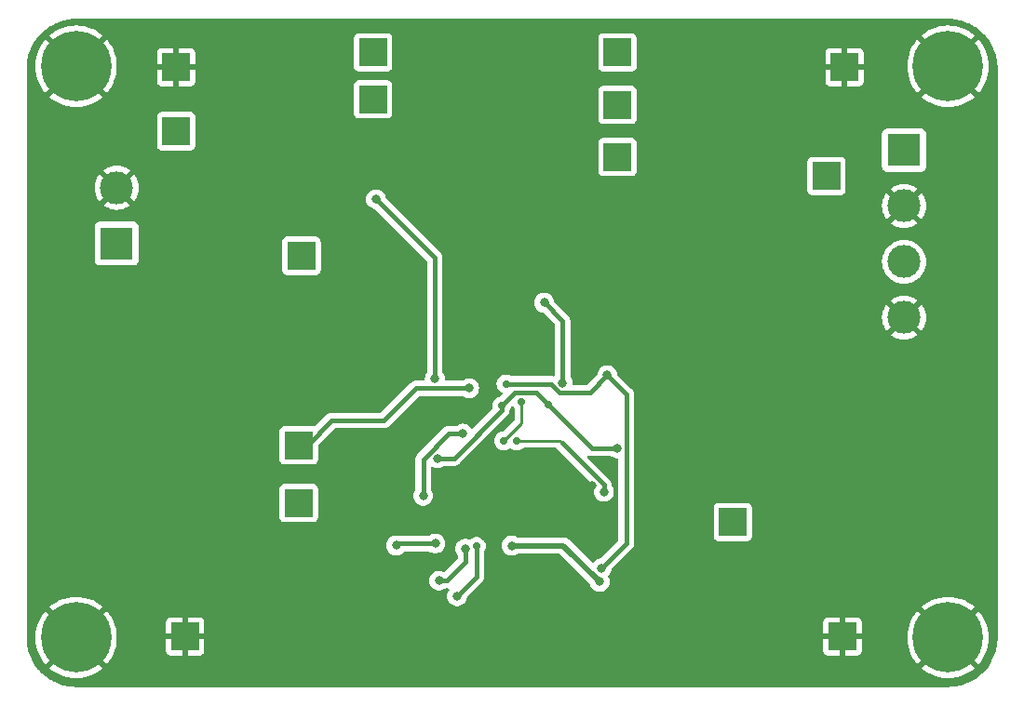
<source format=gbl>
G04 #@! TF.GenerationSoftware,KiCad,Pcbnew,7.0.8*
G04 #@! TF.CreationDate,2023-11-17T17:21:29+01:00*
G04 #@! TF.ProjectId,universal12Vsupply,756e6976-6572-4736-916c-313256737570,rev?*
G04 #@! TF.SameCoordinates,Original*
G04 #@! TF.FileFunction,Copper,L2,Bot*
G04 #@! TF.FilePolarity,Positive*
%FSLAX46Y46*%
G04 Gerber Fmt 4.6, Leading zero omitted, Abs format (unit mm)*
G04 Created by KiCad (PCBNEW 7.0.8) date 2023-11-17 17:21:29*
%MOMM*%
%LPD*%
G01*
G04 APERTURE LIST*
G04 #@! TA.AperFunction,ComponentPad*
%ADD10R,2.500000X2.500000*%
G04 #@! TD*
G04 #@! TA.AperFunction,ComponentPad*
%ADD11C,0.800000*%
G04 #@! TD*
G04 #@! TA.AperFunction,ComponentPad*
%ADD12C,6.400000*%
G04 #@! TD*
G04 #@! TA.AperFunction,ComponentPad*
%ADD13C,0.600000*%
G04 #@! TD*
G04 #@! TA.AperFunction,SMDPad,CuDef*
%ADD14R,9.500000X3.400000*%
G04 #@! TD*
G04 #@! TA.AperFunction,ComponentPad*
%ADD15R,3.000000X3.000000*%
G04 #@! TD*
G04 #@! TA.AperFunction,ComponentPad*
%ADD16C,3.000000*%
G04 #@! TD*
G04 #@! TA.AperFunction,ViaPad*
%ADD17C,0.800000*%
G04 #@! TD*
G04 #@! TA.AperFunction,ViaPad*
%ADD18C,0.700000*%
G04 #@! TD*
G04 #@! TA.AperFunction,Conductor*
%ADD19C,0.400000*%
G04 #@! TD*
G04 #@! TA.AperFunction,Conductor*
%ADD20C,0.250000*%
G04 #@! TD*
G04 #@! TA.AperFunction,Conductor*
%ADD21C,0.500000*%
G04 #@! TD*
G04 APERTURE END LIST*
D10*
X133400000Y-26600000D03*
D11*
X140402944Y-26500000D03*
X141105888Y-24802944D03*
X141105888Y-28197056D03*
X142802944Y-24100000D03*
D12*
X142802944Y-26500000D03*
D11*
X142802944Y-28900000D03*
X144500000Y-24802944D03*
X144500000Y-28197056D03*
X145202944Y-26500000D03*
D10*
X90500000Y-25250000D03*
D13*
X97520000Y-67450000D03*
X99300000Y-67450000D03*
X101080000Y-67450000D03*
X102860000Y-67450000D03*
X104640000Y-67450000D03*
X106420000Y-67450000D03*
X97520000Y-66150000D03*
X99300000Y-66150000D03*
X101080000Y-66150000D03*
D14*
X101970000Y-66150000D03*
D13*
X102860000Y-66150000D03*
X104640000Y-66150000D03*
X106420000Y-66150000D03*
X97520000Y-64850000D03*
X99300000Y-64850000D03*
X101080000Y-64850000D03*
X102860000Y-64850000D03*
X104640000Y-64850000D03*
X106420000Y-64850000D03*
D10*
X112750000Y-34750000D03*
X84000000Y-43750000D03*
X73400000Y-78400000D03*
X83750000Y-61000000D03*
X83750000Y-66250000D03*
X72600000Y-32400000D03*
X90500000Y-29500000D03*
D11*
X61100000Y-26500000D03*
X61802944Y-24802944D03*
X61802944Y-28197056D03*
X63500000Y-24100000D03*
D12*
X63500000Y-26500000D03*
D11*
X63500000Y-28900000D03*
X65197056Y-24802944D03*
X65197056Y-28197056D03*
X65900000Y-26500000D03*
D10*
X112750000Y-30000000D03*
X123250000Y-68000000D03*
X131750000Y-36500000D03*
X133200000Y-78400000D03*
D15*
X67200000Y-42640000D03*
D16*
X67200000Y-37560000D03*
D10*
X112750000Y-25250000D03*
D11*
X61100000Y-78500000D03*
X61802944Y-76802944D03*
X61802944Y-80197056D03*
X63500000Y-76100000D03*
D12*
X63500000Y-78500000D03*
D11*
X63500000Y-80900000D03*
X65197056Y-76802944D03*
X65197056Y-80197056D03*
X65900000Y-78500000D03*
D15*
X138800000Y-34140000D03*
D16*
X138800000Y-39220000D03*
X138800000Y-44300000D03*
X138800000Y-49380000D03*
D11*
X140402944Y-78500000D03*
X141105888Y-76802944D03*
X141105888Y-80197056D03*
X142802944Y-76100000D03*
D12*
X142802944Y-78500000D03*
D11*
X142802944Y-80900000D03*
X144500000Y-76802944D03*
X144500000Y-80197056D03*
X145202944Y-78500000D03*
D10*
X72600000Y-26600000D03*
D17*
X96166600Y-69939800D03*
X92610600Y-70117600D03*
D18*
X120000000Y-81500000D03*
X120000000Y-57500000D03*
X66000000Y-63500000D03*
X138000000Y-57500000D03*
D17*
X118975800Y-74588000D03*
D18*
X60000000Y-75500000D03*
X132000000Y-57500000D03*
X84000000Y-75500000D03*
X138000000Y-63500000D03*
X66000000Y-57500000D03*
X144000000Y-69500000D03*
X132000000Y-69500000D03*
D17*
X93000000Y-55200000D03*
X119748600Y-55624700D03*
D18*
X72000000Y-75500000D03*
X102000000Y-81500000D03*
X96000000Y-75500000D03*
D17*
X110450000Y-64675000D03*
X106860000Y-75832600D03*
D18*
X66000000Y-69500000D03*
X105000000Y-75500000D03*
X72000000Y-81500000D03*
X78000000Y-57500000D03*
X120000000Y-75500000D03*
X78000000Y-81500000D03*
X90000000Y-81500000D03*
X108000000Y-81500000D03*
D17*
X91721600Y-73191000D03*
D18*
X126000000Y-81500000D03*
X126000000Y-63500000D03*
X60000000Y-69500000D03*
X105590000Y-49950000D03*
X84000000Y-81500000D03*
X126000000Y-75500000D03*
X60000000Y-63500000D03*
X78000000Y-63500000D03*
X78000000Y-75500000D03*
X120000000Y-63500000D03*
X138000000Y-69500000D03*
X84000000Y-63500000D03*
X96000000Y-81500000D03*
X132000000Y-63500000D03*
X84000000Y-57500000D03*
X138000000Y-81500000D03*
D17*
X68506000Y-62226000D03*
D18*
X114000000Y-81500000D03*
X72000000Y-63500000D03*
X138000000Y-75500000D03*
X144000000Y-57500000D03*
X132000000Y-75500000D03*
D17*
X96598400Y-71463800D03*
D18*
X132000000Y-81500000D03*
X126000000Y-69500000D03*
X144000000Y-63500000D03*
D17*
X127500000Y-61500000D03*
D18*
X72000000Y-69500000D03*
X60000000Y-57500000D03*
X100750000Y-46500000D03*
X100750000Y-55000000D03*
X90000000Y-75500000D03*
X102600000Y-55400000D03*
D17*
X111305000Y-72175000D03*
X111813000Y-54623600D03*
X112727400Y-61278400D03*
X96369800Y-62167400D03*
D18*
X102200000Y-57400000D03*
X106418800Y-57281200D03*
D17*
X95074400Y-65596400D03*
X98681200Y-59932200D03*
X90775000Y-38600000D03*
X96125000Y-54950000D03*
D18*
X103600000Y-60600000D03*
D17*
X111508200Y-65240800D03*
X98909800Y-70397000D03*
X96522200Y-73318000D03*
X103112232Y-70131568D03*
X111127200Y-73419600D03*
X107749000Y-55309400D03*
X106072600Y-48019600D03*
X99250000Y-55810661D03*
D18*
X104000000Y-57049500D03*
X102400000Y-60600000D03*
D17*
X98147800Y-74740400D03*
D18*
X99900000Y-70200000D03*
D19*
X92788400Y-69939800D02*
X92610600Y-70117600D01*
X96166600Y-69939800D02*
X92788400Y-69939800D01*
X102600000Y-55400000D02*
X106708229Y-55400000D01*
X113527400Y-69952600D02*
X113527400Y-56338000D01*
X107508229Y-56200000D02*
X110236600Y-56200000D01*
X111813000Y-54623600D02*
X110236600Y-56200000D01*
X106708229Y-55400000D02*
X107508229Y-56200000D01*
X111305000Y-72175000D02*
X113527400Y-69952600D01*
X113527400Y-56338000D02*
X111813000Y-54623600D01*
X102200000Y-57400000D02*
X102200000Y-57840346D01*
X97843000Y-62167400D02*
X97857973Y-62182373D01*
X106418800Y-57281200D02*
X110416000Y-61278400D01*
X102200000Y-57400000D02*
X103400000Y-56200000D01*
X103400000Y-56200000D02*
X105337600Y-56200000D01*
X96369800Y-62167400D02*
X97843000Y-62167400D01*
X102200000Y-57840346D02*
X97857973Y-62182373D01*
X105337600Y-56200000D02*
X106418800Y-57281200D01*
X110416000Y-61278400D02*
X112727400Y-61278400D01*
X97411200Y-59932200D02*
X95074400Y-62269000D01*
X95074400Y-62269000D02*
X95074400Y-65596400D01*
X98681200Y-59932200D02*
X97411200Y-59932200D01*
X96125000Y-43950000D02*
X90775000Y-38600000D01*
X96125000Y-54950000D02*
X96125000Y-43950000D01*
X111508200Y-64601829D02*
X111508200Y-65240800D01*
D20*
X107506371Y-60600000D02*
X107681371Y-60775000D01*
X103600000Y-60600000D02*
X107506371Y-60600000D01*
D19*
X107681371Y-60775000D02*
X111508200Y-64601829D01*
X97182600Y-73318000D02*
X96522200Y-73318000D01*
X98909800Y-71590800D02*
X97182600Y-73318000D01*
X98909800Y-70397000D02*
X98909800Y-71590800D01*
D21*
X107839168Y-70131568D02*
X111127200Y-73419600D01*
X103112232Y-70131568D02*
X107839168Y-70131568D01*
D19*
X107749000Y-55309400D02*
X107749000Y-49696000D01*
X107749000Y-49696000D02*
X106072600Y-48019600D01*
X99250000Y-55810661D02*
X94439339Y-55810661D01*
X91500000Y-58750000D02*
X86750000Y-58750000D01*
X84500000Y-61000000D02*
X83750000Y-61000000D01*
X86750000Y-58750000D02*
X84500000Y-61000000D01*
X94439339Y-55810661D02*
X91500000Y-58750000D01*
D20*
X102400000Y-60600000D02*
X104000000Y-59000000D01*
X104000000Y-59000000D02*
X104000000Y-57049500D01*
D19*
X99900000Y-70200000D02*
X99900000Y-72988200D01*
X99900000Y-72988200D02*
X99869100Y-73019100D01*
X98147800Y-74740400D02*
X99869100Y-73019100D01*
G04 #@! TA.AperFunction,Conductor*
G36*
X107500000Y-69000000D02*
G01*
X96500000Y-69000000D01*
X96500000Y-63500000D01*
X107500000Y-63500000D01*
X107500000Y-69000000D01*
G37*
G04 #@! TD.AperFunction*
G04 #@! TA.AperFunction,Conductor*
G36*
X65356420Y-80002867D02*
G01*
X65294601Y-79961561D01*
X65221680Y-79947056D01*
X65172432Y-79947056D01*
X65099511Y-79961561D01*
X65016816Y-80016816D01*
X64961561Y-80099511D01*
X64942158Y-80197056D01*
X64961561Y-80294601D01*
X65002867Y-80356420D01*
X64444180Y-79797733D01*
X64634870Y-79634870D01*
X64797733Y-79444180D01*
X65356420Y-80002867D01*
G37*
G04 #@! TD.AperFunction*
G04 #@! TA.AperFunction,Conductor*
G36*
X62365130Y-79634870D02*
G01*
X62555819Y-79797733D01*
X61997135Y-80356416D01*
X62038439Y-80294601D01*
X62057842Y-80197056D01*
X62038439Y-80099511D01*
X61983184Y-80016816D01*
X61900489Y-79961561D01*
X61827568Y-79947056D01*
X61778320Y-79947056D01*
X61705399Y-79961561D01*
X61643577Y-80002868D01*
X62202266Y-79444180D01*
X62365130Y-79634870D01*
G37*
G04 #@! TD.AperFunction*
G04 #@! TA.AperFunction,Conductor*
G36*
X62555819Y-77202266D02*
G01*
X62365130Y-77365130D01*
X62202266Y-77555818D01*
X61643582Y-76997134D01*
X61705399Y-77038439D01*
X61778320Y-77052944D01*
X61827568Y-77052944D01*
X61900489Y-77038439D01*
X61983184Y-76983184D01*
X62038439Y-76900489D01*
X62057842Y-76802944D01*
X62038439Y-76705399D01*
X61997133Y-76643581D01*
X62555819Y-77202266D01*
G37*
G04 #@! TD.AperFunction*
G04 #@! TA.AperFunction,Conductor*
G36*
X64961561Y-76705399D02*
G01*
X64942158Y-76802944D01*
X64961561Y-76900489D01*
X65016816Y-76983184D01*
X65099511Y-77038439D01*
X65172432Y-77052944D01*
X65221680Y-77052944D01*
X65294601Y-77038439D01*
X65356415Y-76997135D01*
X64797732Y-77555818D01*
X64634870Y-77365130D01*
X64444180Y-77202266D01*
X65002867Y-76643578D01*
X64961561Y-76705399D01*
G37*
G04 #@! TD.AperFunction*
G04 #@! TA.AperFunction,Conductor*
G36*
X144659364Y-80002867D02*
G01*
X144597545Y-79961561D01*
X144524624Y-79947056D01*
X144475376Y-79947056D01*
X144402455Y-79961561D01*
X144319760Y-80016816D01*
X144264505Y-80099511D01*
X144245102Y-80197056D01*
X144264505Y-80294601D01*
X144305811Y-80356420D01*
X143747124Y-79797733D01*
X143937814Y-79634870D01*
X144100677Y-79444180D01*
X144659364Y-80002867D01*
G37*
G04 #@! TD.AperFunction*
G04 #@! TA.AperFunction,Conductor*
G36*
X141668074Y-79634870D02*
G01*
X141858763Y-79797733D01*
X141300079Y-80356416D01*
X141341383Y-80294601D01*
X141360786Y-80197056D01*
X141341383Y-80099511D01*
X141286128Y-80016816D01*
X141203433Y-79961561D01*
X141130512Y-79947056D01*
X141081264Y-79947056D01*
X141008343Y-79961561D01*
X140946521Y-80002868D01*
X141505210Y-79444180D01*
X141668074Y-79634870D01*
G37*
G04 #@! TD.AperFunction*
G04 #@! TA.AperFunction,Conductor*
G36*
X141858763Y-77202266D02*
G01*
X141668074Y-77365130D01*
X141505210Y-77555818D01*
X140946526Y-76997134D01*
X141008343Y-77038439D01*
X141081264Y-77052944D01*
X141130512Y-77052944D01*
X141203433Y-77038439D01*
X141286128Y-76983184D01*
X141341383Y-76900489D01*
X141360786Y-76802944D01*
X141341383Y-76705399D01*
X141300077Y-76643581D01*
X141858763Y-77202266D01*
G37*
G04 #@! TD.AperFunction*
G04 #@! TA.AperFunction,Conductor*
G36*
X144264505Y-76705399D02*
G01*
X144245102Y-76802944D01*
X144264505Y-76900489D01*
X144319760Y-76983184D01*
X144402455Y-77038439D01*
X144475376Y-77052944D01*
X144524624Y-77052944D01*
X144597545Y-77038439D01*
X144659359Y-76997135D01*
X144100676Y-77555818D01*
X143937814Y-77365130D01*
X143747124Y-77202266D01*
X144305811Y-76643578D01*
X144264505Y-76705399D01*
G37*
G04 #@! TD.AperFunction*
G04 #@! TA.AperFunction,Conductor*
G36*
X65356420Y-28002867D02*
G01*
X65294601Y-27961561D01*
X65221680Y-27947056D01*
X65172432Y-27947056D01*
X65099511Y-27961561D01*
X65016816Y-28016816D01*
X64961561Y-28099511D01*
X64942158Y-28197056D01*
X64961561Y-28294601D01*
X65002867Y-28356420D01*
X64444180Y-27797733D01*
X64634870Y-27634870D01*
X64797733Y-27444180D01*
X65356420Y-28002867D01*
G37*
G04 #@! TD.AperFunction*
G04 #@! TA.AperFunction,Conductor*
G36*
X62365130Y-27634870D02*
G01*
X62555819Y-27797733D01*
X61997135Y-28356416D01*
X62038439Y-28294601D01*
X62057842Y-28197056D01*
X62038439Y-28099511D01*
X61983184Y-28016816D01*
X61900489Y-27961561D01*
X61827568Y-27947056D01*
X61778320Y-27947056D01*
X61705399Y-27961561D01*
X61643577Y-28002868D01*
X62202266Y-27444180D01*
X62365130Y-27634870D01*
G37*
G04 #@! TD.AperFunction*
G04 #@! TA.AperFunction,Conductor*
G36*
X62555819Y-25202266D02*
G01*
X62365130Y-25365130D01*
X62202266Y-25555818D01*
X61643582Y-24997134D01*
X61705399Y-25038439D01*
X61778320Y-25052944D01*
X61827568Y-25052944D01*
X61900489Y-25038439D01*
X61983184Y-24983184D01*
X62038439Y-24900489D01*
X62057842Y-24802944D01*
X62038439Y-24705399D01*
X61997133Y-24643581D01*
X62555819Y-25202266D01*
G37*
G04 #@! TD.AperFunction*
G04 #@! TA.AperFunction,Conductor*
G36*
X64961561Y-24705399D02*
G01*
X64942158Y-24802944D01*
X64961561Y-24900489D01*
X65016816Y-24983184D01*
X65099511Y-25038439D01*
X65172432Y-25052944D01*
X65221680Y-25052944D01*
X65294601Y-25038439D01*
X65356415Y-24997135D01*
X64797732Y-25555818D01*
X64634870Y-25365130D01*
X64444180Y-25202266D01*
X65002867Y-24643578D01*
X64961561Y-24705399D01*
G37*
G04 #@! TD.AperFunction*
G04 #@! TA.AperFunction,Conductor*
G36*
X144659364Y-28002867D02*
G01*
X144597545Y-27961561D01*
X144524624Y-27947056D01*
X144475376Y-27947056D01*
X144402455Y-27961561D01*
X144319760Y-28016816D01*
X144264505Y-28099511D01*
X144245102Y-28197056D01*
X144264505Y-28294601D01*
X144305811Y-28356420D01*
X143747124Y-27797733D01*
X143937814Y-27634870D01*
X144100677Y-27444180D01*
X144659364Y-28002867D01*
G37*
G04 #@! TD.AperFunction*
G04 #@! TA.AperFunction,Conductor*
G36*
X141668074Y-27634870D02*
G01*
X141858763Y-27797733D01*
X141300079Y-28356416D01*
X141341383Y-28294601D01*
X141360786Y-28197056D01*
X141341383Y-28099511D01*
X141286128Y-28016816D01*
X141203433Y-27961561D01*
X141130512Y-27947056D01*
X141081264Y-27947056D01*
X141008343Y-27961561D01*
X140946521Y-28002868D01*
X141505210Y-27444180D01*
X141668074Y-27634870D01*
G37*
G04 #@! TD.AperFunction*
G04 #@! TA.AperFunction,Conductor*
G36*
X141858763Y-25202266D02*
G01*
X141668074Y-25365130D01*
X141505210Y-25555818D01*
X140946526Y-24997134D01*
X141008343Y-25038439D01*
X141081264Y-25052944D01*
X141130512Y-25052944D01*
X141203433Y-25038439D01*
X141286128Y-24983184D01*
X141341383Y-24900489D01*
X141360786Y-24802944D01*
X141341383Y-24705399D01*
X141300077Y-24643581D01*
X141858763Y-25202266D01*
G37*
G04 #@! TD.AperFunction*
G04 #@! TA.AperFunction,Conductor*
G36*
X144264505Y-24705399D02*
G01*
X144245102Y-24802944D01*
X144264505Y-24900489D01*
X144319760Y-24983184D01*
X144402455Y-25038439D01*
X144475376Y-25052944D01*
X144524624Y-25052944D01*
X144597545Y-25038439D01*
X144659359Y-24997135D01*
X144100676Y-25555818D01*
X143937814Y-25365130D01*
X143747124Y-25202266D01*
X144305811Y-24643578D01*
X144264505Y-24705399D01*
G37*
G04 #@! TD.AperFunction*
G04 #@! TA.AperFunction,Conductor*
G36*
X143012814Y-22190986D02*
G01*
X143213508Y-22200267D01*
X143218711Y-22200728D01*
X143419448Y-22227156D01*
X143614077Y-22254306D01*
X143618901Y-22255176D01*
X143817700Y-22299249D01*
X144008144Y-22344042D01*
X144012545Y-22345252D01*
X144207257Y-22406645D01*
X144392527Y-22468741D01*
X144396530Y-22470239D01*
X144585467Y-22548499D01*
X144764168Y-22627405D01*
X144767731Y-22629116D01*
X144949326Y-22723649D01*
X145120070Y-22818753D01*
X145123162Y-22820596D01*
X145220624Y-22882687D01*
X145296049Y-22930738D01*
X145457296Y-23041195D01*
X145460002Y-23043157D01*
X145622792Y-23168072D01*
X145712520Y-23242580D01*
X145773259Y-23293017D01*
X145775489Y-23294963D01*
X145926933Y-23433736D01*
X146066263Y-23573066D01*
X146205031Y-23724504D01*
X146206987Y-23726746D01*
X146232661Y-23757664D01*
X146331927Y-23877207D01*
X146456841Y-24039996D01*
X146458803Y-24042702D01*
X146569261Y-24203950D01*
X146679391Y-24376819D01*
X146681258Y-24379949D01*
X146681424Y-24380247D01*
X146776343Y-24550659D01*
X146870873Y-24732250D01*
X146872596Y-24735835D01*
X146925832Y-24856401D01*
X146951159Y-24913762D01*
X146951507Y-24914549D01*
X147029753Y-25103453D01*
X147031259Y-25107477D01*
X147093355Y-25292743D01*
X147154740Y-25487432D01*
X147155963Y-25491882D01*
X147200757Y-25682332D01*
X147244819Y-25881080D01*
X147245694Y-25885935D01*
X147272842Y-26080542D01*
X147299267Y-26281260D01*
X147299731Y-26286491D01*
X147309026Y-26487503D01*
X147317519Y-26681981D01*
X147317519Y-78500000D01*
X147309177Y-78691047D01*
X147299706Y-78895695D01*
X147299242Y-78900924D01*
X147273169Y-79098971D01*
X147245645Y-79296283D01*
X147244770Y-79301138D01*
X147201084Y-79498192D01*
X147155889Y-79690348D01*
X147154666Y-79694798D01*
X147093674Y-79888245D01*
X147031163Y-80074750D01*
X147029657Y-80078775D01*
X146951812Y-80266711D01*
X146872469Y-80446405D01*
X146870746Y-80449991D01*
X146776643Y-80630763D01*
X146681108Y-80802280D01*
X146679233Y-80805423D01*
X146569555Y-80977587D01*
X146458594Y-81139568D01*
X146456632Y-81142272D01*
X146332234Y-81304394D01*
X146206730Y-81455531D01*
X146204743Y-81457810D01*
X146066568Y-81608601D01*
X145926614Y-81748556D01*
X145775821Y-81886733D01*
X145773543Y-81888720D01*
X145622408Y-82014223D01*
X145460276Y-82138631D01*
X145457571Y-82140593D01*
X145295592Y-82251552D01*
X145123433Y-82361228D01*
X145120290Y-82363103D01*
X144948801Y-82458622D01*
X144767989Y-82552748D01*
X144764402Y-82554471D01*
X144584728Y-82633805D01*
X144396793Y-82711650D01*
X144392769Y-82713156D01*
X144206236Y-82775677D01*
X144012824Y-82836659D01*
X144008374Y-82837882D01*
X143816213Y-82883080D01*
X143619149Y-82926767D01*
X143614294Y-82927642D01*
X143417051Y-82955158D01*
X143218960Y-82981238D01*
X143213729Y-82981702D01*
X143005147Y-82991347D01*
X142818446Y-82999500D01*
X63500000Y-82999500D01*
X63305535Y-82991009D01*
X63104511Y-82981714D01*
X63099279Y-82981250D01*
X62898495Y-82954816D01*
X62703965Y-82927680D01*
X62699109Y-82926805D01*
X62500331Y-82882737D01*
X62309896Y-82837947D01*
X62305446Y-82836724D01*
X62110779Y-82775346D01*
X61925492Y-82713244D01*
X61921468Y-82711738D01*
X61732555Y-82633489D01*
X61553855Y-82554585D01*
X61550285Y-82552870D01*
X61440647Y-82495796D01*
X61368636Y-82458309D01*
X61197986Y-82363257D01*
X61194843Y-82361382D01*
X61097392Y-82299300D01*
X61021936Y-82251229D01*
X60860721Y-82140794D01*
X60858017Y-82138833D01*
X60857754Y-82138631D01*
X60695223Y-82013917D01*
X60624771Y-81955414D01*
X60544771Y-81888982D01*
X60542507Y-81887008D01*
X60391088Y-81748258D01*
X60251741Y-81608911D01*
X60191703Y-81543391D01*
X60112985Y-81457486D01*
X60111016Y-81455227D01*
X60066830Y-81402017D01*
X59986076Y-81304768D01*
X59985789Y-81304394D01*
X59861156Y-81141969D01*
X59859203Y-81139275D01*
X59855097Y-81133281D01*
X59748768Y-80978059D01*
X59638616Y-80805155D01*
X59636741Y-80802012D01*
X59567551Y-80677793D01*
X59541693Y-80631369D01*
X59447107Y-80449671D01*
X59445426Y-80446171D01*
X59366516Y-80267458D01*
X59288256Y-80078520D01*
X59286754Y-80074506D01*
X59264126Y-80006994D01*
X59224653Y-79889220D01*
X59196027Y-79798430D01*
X59163269Y-79694535D01*
X59162057Y-79690125D01*
X59117271Y-79499710D01*
X59073188Y-79300862D01*
X59072322Y-79296057D01*
X59045192Y-79101571D01*
X59018745Y-78900690D01*
X59018284Y-78895487D01*
X59017905Y-78887287D01*
X59008996Y-78694602D01*
X59000500Y-78500000D01*
X59794922Y-78500000D01*
X59815219Y-78887287D01*
X59875886Y-79270323D01*
X59875887Y-79270330D01*
X59976262Y-79644936D01*
X60115244Y-80006994D01*
X60291310Y-80352543D01*
X60502531Y-80677793D01*
X60711095Y-80935350D01*
X60711096Y-80935350D01*
X61608756Y-80037689D01*
X61567449Y-80099511D01*
X61548046Y-80197056D01*
X61567449Y-80294601D01*
X61622704Y-80377296D01*
X61705399Y-80432551D01*
X61778320Y-80447056D01*
X61827568Y-80447056D01*
X61900489Y-80432551D01*
X61962304Y-80391247D01*
X61064648Y-81288903D01*
X61064649Y-81288904D01*
X61322206Y-81497468D01*
X61647456Y-81708689D01*
X61993005Y-81884755D01*
X62355063Y-82023737D01*
X62729669Y-82124112D01*
X62729676Y-82124113D01*
X63112712Y-82184780D01*
X63499999Y-82205078D01*
X63500001Y-82205078D01*
X63887287Y-82184780D01*
X64270323Y-82124113D01*
X64270330Y-82124112D01*
X64644936Y-82023737D01*
X65006994Y-81884755D01*
X65352543Y-81708689D01*
X65677783Y-81497476D01*
X65677785Y-81497475D01*
X65935349Y-81288902D01*
X65037691Y-80391244D01*
X65099511Y-80432551D01*
X65172432Y-80447056D01*
X65221680Y-80447056D01*
X65294601Y-80432551D01*
X65377296Y-80377296D01*
X65432551Y-80294601D01*
X65451954Y-80197056D01*
X65432551Y-80099511D01*
X65391244Y-80037691D01*
X66288902Y-80935349D01*
X66497475Y-80677785D01*
X66497476Y-80677783D01*
X66708689Y-80352543D01*
X66884755Y-80006994D01*
X67003427Y-79697844D01*
X71650000Y-79697844D01*
X71656401Y-79757372D01*
X71656403Y-79757379D01*
X71706645Y-79892086D01*
X71706649Y-79892093D01*
X71792809Y-80007187D01*
X71792812Y-80007190D01*
X71907906Y-80093350D01*
X71907913Y-80093354D01*
X72042620Y-80143596D01*
X72042627Y-80143598D01*
X72102155Y-80149999D01*
X72102172Y-80150000D01*
X73150000Y-80150000D01*
X73150000Y-78945881D01*
X73243369Y-78984556D01*
X73360677Y-79000000D01*
X73439323Y-79000000D01*
X73556631Y-78984556D01*
X73650000Y-78945881D01*
X73650000Y-80150000D01*
X74697828Y-80150000D01*
X74697844Y-80149999D01*
X74757372Y-80143598D01*
X74757379Y-80143596D01*
X74892086Y-80093354D01*
X74892093Y-80093350D01*
X75007187Y-80007190D01*
X75007190Y-80007187D01*
X75093350Y-79892093D01*
X75093354Y-79892086D01*
X75143596Y-79757379D01*
X75143598Y-79757372D01*
X75149999Y-79697844D01*
X131450000Y-79697844D01*
X131456401Y-79757372D01*
X131456403Y-79757379D01*
X131506645Y-79892086D01*
X131506649Y-79892093D01*
X131592809Y-80007187D01*
X131592812Y-80007190D01*
X131707906Y-80093350D01*
X131707913Y-80093354D01*
X131842620Y-80143596D01*
X131842627Y-80143598D01*
X131902155Y-80149999D01*
X131902172Y-80150000D01*
X132950000Y-80150000D01*
X132950000Y-78945881D01*
X133043369Y-78984556D01*
X133160677Y-79000000D01*
X133239323Y-79000000D01*
X133356631Y-78984556D01*
X133450000Y-78945881D01*
X133450000Y-80150000D01*
X134497828Y-80150000D01*
X134497844Y-80149999D01*
X134557372Y-80143598D01*
X134557379Y-80143596D01*
X134692086Y-80093354D01*
X134692093Y-80093350D01*
X134807187Y-80007190D01*
X134807190Y-80007187D01*
X134893350Y-79892093D01*
X134893354Y-79892086D01*
X134943596Y-79757379D01*
X134943598Y-79757372D01*
X134949999Y-79697844D01*
X134950000Y-79697827D01*
X134950000Y-78650000D01*
X133745882Y-78650000D01*
X133784556Y-78556631D01*
X133792012Y-78500000D01*
X139097866Y-78500000D01*
X139118163Y-78887287D01*
X139178830Y-79270323D01*
X139178831Y-79270330D01*
X139279206Y-79644936D01*
X139418188Y-80006994D01*
X139594254Y-80352543D01*
X139805475Y-80677793D01*
X140014039Y-80935350D01*
X140014040Y-80935350D01*
X140911700Y-80037689D01*
X140870393Y-80099511D01*
X140850990Y-80197056D01*
X140870393Y-80294601D01*
X140925648Y-80377296D01*
X141008343Y-80432551D01*
X141081264Y-80447056D01*
X141130512Y-80447056D01*
X141203433Y-80432551D01*
X141265248Y-80391247D01*
X140367592Y-81288903D01*
X140367593Y-81288904D01*
X140625150Y-81497468D01*
X140950400Y-81708689D01*
X141295949Y-81884755D01*
X141658007Y-82023737D01*
X142032613Y-82124112D01*
X142032620Y-82124113D01*
X142415656Y-82184780D01*
X142802943Y-82205078D01*
X142802945Y-82205078D01*
X143190231Y-82184780D01*
X143573267Y-82124113D01*
X143573274Y-82124112D01*
X143947880Y-82023737D01*
X144309938Y-81884755D01*
X144655487Y-81708689D01*
X144980727Y-81497476D01*
X144980729Y-81497475D01*
X145238293Y-81288902D01*
X144340635Y-80391244D01*
X144402455Y-80432551D01*
X144475376Y-80447056D01*
X144524624Y-80447056D01*
X144597545Y-80432551D01*
X144680240Y-80377296D01*
X144735495Y-80294601D01*
X144754898Y-80197056D01*
X144735495Y-80099511D01*
X144694188Y-80037691D01*
X145591846Y-80935349D01*
X145800419Y-80677785D01*
X145800420Y-80677783D01*
X146011633Y-80352543D01*
X146187699Y-80006994D01*
X146326681Y-79644936D01*
X146427056Y-79270330D01*
X146427057Y-79270323D01*
X146487724Y-78887287D01*
X146508022Y-78500000D01*
X146508022Y-78499999D01*
X146487724Y-78112712D01*
X146427057Y-77729676D01*
X146427056Y-77729669D01*
X146326681Y-77355063D01*
X146187699Y-76993005D01*
X146011633Y-76647456D01*
X145800412Y-76322206D01*
X145591848Y-76064649D01*
X145591847Y-76064648D01*
X144694191Y-76962303D01*
X144735495Y-76900489D01*
X144754898Y-76802944D01*
X144735495Y-76705399D01*
X144680240Y-76622704D01*
X144597545Y-76567449D01*
X144524624Y-76552944D01*
X144475376Y-76552944D01*
X144402455Y-76567449D01*
X144340634Y-76608755D01*
X145238294Y-75711096D01*
X145238294Y-75711095D01*
X144980737Y-75502531D01*
X144655487Y-75291310D01*
X144309938Y-75115244D01*
X143947880Y-74976262D01*
X143573274Y-74875887D01*
X143573267Y-74875886D01*
X143190231Y-74815219D01*
X142802945Y-74794922D01*
X142802943Y-74794922D01*
X142415656Y-74815219D01*
X142032620Y-74875886D01*
X142032613Y-74875887D01*
X141658007Y-74976262D01*
X141295949Y-75115244D01*
X140950400Y-75291310D01*
X140625150Y-75502531D01*
X140367592Y-75711095D01*
X140367592Y-75711096D01*
X141265250Y-76608754D01*
X141203433Y-76567449D01*
X141130512Y-76552944D01*
X141081264Y-76552944D01*
X141008343Y-76567449D01*
X140925648Y-76622704D01*
X140870393Y-76705399D01*
X140850990Y-76802944D01*
X140870393Y-76900489D01*
X140911697Y-76962305D01*
X140014040Y-76064648D01*
X140014039Y-76064648D01*
X139805475Y-76322206D01*
X139594254Y-76647456D01*
X139418188Y-76993005D01*
X139279206Y-77355063D01*
X139178831Y-77729669D01*
X139178830Y-77729676D01*
X139118163Y-78112712D01*
X139097866Y-78499999D01*
X139097866Y-78500000D01*
X133792012Y-78500000D01*
X133805177Y-78400000D01*
X133784556Y-78243369D01*
X133745882Y-78150000D01*
X134950000Y-78150000D01*
X134950000Y-77102172D01*
X134949999Y-77102155D01*
X134943598Y-77042627D01*
X134943596Y-77042620D01*
X134893354Y-76907913D01*
X134893350Y-76907906D01*
X134807190Y-76792812D01*
X134807187Y-76792809D01*
X134692093Y-76706649D01*
X134692086Y-76706645D01*
X134557379Y-76656403D01*
X134557372Y-76656401D01*
X134497844Y-76650000D01*
X133450000Y-76650000D01*
X133450000Y-77854118D01*
X133356631Y-77815444D01*
X133239323Y-77800000D01*
X133160677Y-77800000D01*
X133043369Y-77815444D01*
X132950000Y-77854118D01*
X132950000Y-76650000D01*
X131902155Y-76650000D01*
X131842627Y-76656401D01*
X131842620Y-76656403D01*
X131707913Y-76706645D01*
X131707906Y-76706649D01*
X131592812Y-76792809D01*
X131592809Y-76792812D01*
X131506649Y-76907906D01*
X131506645Y-76907913D01*
X131456403Y-77042620D01*
X131456401Y-77042627D01*
X131450000Y-77102155D01*
X131450000Y-78150000D01*
X132654118Y-78150000D01*
X132615444Y-78243369D01*
X132594823Y-78400000D01*
X132615444Y-78556631D01*
X132654118Y-78650000D01*
X131450000Y-78650000D01*
X131450000Y-79697844D01*
X75149999Y-79697844D01*
X75150000Y-79697827D01*
X75150000Y-78650000D01*
X73945882Y-78650000D01*
X73984556Y-78556631D01*
X74005177Y-78400000D01*
X73984556Y-78243369D01*
X73945882Y-78150000D01*
X75150000Y-78150000D01*
X75150000Y-77102172D01*
X75149999Y-77102155D01*
X75143598Y-77042627D01*
X75143596Y-77042620D01*
X75093354Y-76907913D01*
X75093350Y-76907906D01*
X75007190Y-76792812D01*
X75007187Y-76792809D01*
X74892093Y-76706649D01*
X74892086Y-76706645D01*
X74757379Y-76656403D01*
X74757372Y-76656401D01*
X74697844Y-76650000D01*
X73650000Y-76650000D01*
X73650000Y-77854118D01*
X73556631Y-77815444D01*
X73439323Y-77800000D01*
X73360677Y-77800000D01*
X73243369Y-77815444D01*
X73150000Y-77854118D01*
X73150000Y-76650000D01*
X72102155Y-76650000D01*
X72042627Y-76656401D01*
X72042620Y-76656403D01*
X71907913Y-76706645D01*
X71907906Y-76706649D01*
X71792812Y-76792809D01*
X71792809Y-76792812D01*
X71706649Y-76907906D01*
X71706645Y-76907913D01*
X71656403Y-77042620D01*
X71656401Y-77042627D01*
X71650000Y-77102155D01*
X71650000Y-78150000D01*
X72854118Y-78150000D01*
X72815444Y-78243369D01*
X72794823Y-78400000D01*
X72815444Y-78556631D01*
X72854118Y-78650000D01*
X71650000Y-78650000D01*
X71650000Y-79697844D01*
X67003427Y-79697844D01*
X67023737Y-79644936D01*
X67124112Y-79270330D01*
X67124113Y-79270323D01*
X67184780Y-78887287D01*
X67205078Y-78500000D01*
X67205078Y-78499999D01*
X67184780Y-78112712D01*
X67124113Y-77729676D01*
X67124112Y-77729669D01*
X67023737Y-77355063D01*
X66884755Y-76993005D01*
X66708689Y-76647456D01*
X66497468Y-76322206D01*
X66288904Y-76064649D01*
X66288903Y-76064648D01*
X65391247Y-76962303D01*
X65432551Y-76900489D01*
X65451954Y-76802944D01*
X65432551Y-76705399D01*
X65377296Y-76622704D01*
X65294601Y-76567449D01*
X65221680Y-76552944D01*
X65172432Y-76552944D01*
X65099511Y-76567449D01*
X65037690Y-76608755D01*
X65935350Y-75711096D01*
X65935350Y-75711095D01*
X65677793Y-75502531D01*
X65352543Y-75291310D01*
X65006994Y-75115244D01*
X64644936Y-74976262D01*
X64270330Y-74875887D01*
X64270323Y-74875886D01*
X63887287Y-74815219D01*
X63500001Y-74794922D01*
X63499999Y-74794922D01*
X63112712Y-74815219D01*
X62729676Y-74875886D01*
X62729669Y-74875887D01*
X62355063Y-74976262D01*
X61993005Y-75115244D01*
X61647456Y-75291310D01*
X61322206Y-75502531D01*
X61064648Y-75711095D01*
X61064648Y-75711096D01*
X61962306Y-76608754D01*
X61900489Y-76567449D01*
X61827568Y-76552944D01*
X61778320Y-76552944D01*
X61705399Y-76567449D01*
X61622704Y-76622704D01*
X61567449Y-76705399D01*
X61548046Y-76802944D01*
X61567449Y-76900489D01*
X61608753Y-76962305D01*
X60711096Y-76064648D01*
X60711095Y-76064648D01*
X60502531Y-76322206D01*
X60291310Y-76647456D01*
X60115244Y-76993005D01*
X59976262Y-77355063D01*
X59875887Y-77729669D01*
X59875886Y-77729676D01*
X59815219Y-78112712D01*
X59794922Y-78499999D01*
X59794922Y-78500000D01*
X59000500Y-78500000D01*
X59000500Y-78499500D01*
X59000500Y-73318000D01*
X95616740Y-73318000D01*
X95636526Y-73506256D01*
X95636527Y-73506259D01*
X95695018Y-73686277D01*
X95695021Y-73686284D01*
X95789667Y-73850216D01*
X95916329Y-73990888D01*
X96069465Y-74102148D01*
X96069470Y-74102151D01*
X96242392Y-74179142D01*
X96242397Y-74179144D01*
X96427554Y-74218500D01*
X96427555Y-74218500D01*
X96616844Y-74218500D01*
X96616846Y-74218500D01*
X96802003Y-74179144D01*
X96974930Y-74102151D01*
X97022648Y-74067482D01*
X97057471Y-74042182D01*
X97123277Y-74018702D01*
X97130356Y-74018500D01*
X97159552Y-74018500D01*
X97163297Y-74018613D01*
X97170642Y-74019057D01*
X97225206Y-74022358D01*
X97262914Y-74015447D01*
X97286221Y-74011177D01*
X97289925Y-74010613D01*
X97298840Y-74009530D01*
X97302244Y-74009117D01*
X97371168Y-74020578D01*
X97422953Y-74067482D01*
X97441160Y-74134938D01*
X97420007Y-74201529D01*
X97417511Y-74205094D01*
X97415268Y-74208180D01*
X97320621Y-74372115D01*
X97320618Y-74372122D01*
X97262127Y-74552140D01*
X97262126Y-74552144D01*
X97242340Y-74740400D01*
X97262126Y-74928656D01*
X97262127Y-74928659D01*
X97320618Y-75108677D01*
X97320621Y-75108684D01*
X97415267Y-75272616D01*
X97541929Y-75413288D01*
X97695065Y-75524548D01*
X97695070Y-75524551D01*
X97867992Y-75601542D01*
X97867997Y-75601544D01*
X98053154Y-75640900D01*
X98053155Y-75640900D01*
X98242444Y-75640900D01*
X98242446Y-75640900D01*
X98427603Y-75601544D01*
X98600530Y-75524551D01*
X98753671Y-75413288D01*
X98880333Y-75272616D01*
X98974979Y-75108684D01*
X99033474Y-74928656D01*
X99038664Y-74879269D01*
X99065247Y-74814658D01*
X99074294Y-74804561D01*
X100379056Y-73499799D01*
X100381748Y-73497265D01*
X100428183Y-73456129D01*
X100463436Y-73405055D01*
X100465613Y-73402096D01*
X100503878Y-73353257D01*
X100508037Y-73344015D01*
X100519062Y-73324468D01*
X100524818Y-73316130D01*
X100546820Y-73258112D01*
X100548235Y-73254695D01*
X100573694Y-73198132D01*
X100575520Y-73188165D01*
X100581548Y-73166540D01*
X100585140Y-73157072D01*
X100592615Y-73095509D01*
X100593179Y-73091805D01*
X100600598Y-73051316D01*
X100604357Y-73030806D01*
X100600613Y-72968907D01*
X100600500Y-72965163D01*
X100600500Y-70720923D01*
X100617113Y-70658923D01*
X100643807Y-70612688D01*
X100681250Y-70547835D01*
X100736497Y-70377803D01*
X100755185Y-70200000D01*
X100736497Y-70022197D01*
X100685351Y-69864785D01*
X100681252Y-69852170D01*
X100681249Y-69852164D01*
X100629938Y-69763290D01*
X100591859Y-69697335D01*
X100533296Y-69632294D01*
X100472235Y-69564478D01*
X100472232Y-69564476D01*
X100472231Y-69564475D01*
X100472230Y-69564474D01*
X100327593Y-69459388D01*
X100164267Y-69386671D01*
X100164265Y-69386670D01*
X100026492Y-69357386D01*
X99989391Y-69349500D01*
X99810609Y-69349500D01*
X99779954Y-69356015D01*
X99635733Y-69386670D01*
X99635728Y-69386672D01*
X99472408Y-69459388D01*
X99472403Y-69459390D01*
X99357612Y-69542791D01*
X99291806Y-69566271D01*
X99234291Y-69555752D01*
X99189607Y-69535857D01*
X99189602Y-69535855D01*
X99043801Y-69504865D01*
X99004446Y-69496500D01*
X98815154Y-69496500D01*
X98782697Y-69503398D01*
X98629997Y-69535855D01*
X98629992Y-69535857D01*
X98457070Y-69612848D01*
X98457065Y-69612851D01*
X98303929Y-69724111D01*
X98177266Y-69864785D01*
X98082621Y-70028715D01*
X98082618Y-70028722D01*
X98039141Y-70162532D01*
X98024126Y-70208744D01*
X98004340Y-70397000D01*
X98024126Y-70585256D01*
X98024127Y-70585259D01*
X98082618Y-70765277D01*
X98082621Y-70765284D01*
X98177266Y-70929215D01*
X98177448Y-70929417D01*
X98177516Y-70929559D01*
X98181085Y-70934471D01*
X98180186Y-70935123D01*
X98207679Y-70992408D01*
X98209300Y-71012391D01*
X98209300Y-71249280D01*
X98189615Y-71316319D01*
X98172981Y-71336961D01*
X97035996Y-72473945D01*
X96974673Y-72507430D01*
X96904981Y-72502446D01*
X96897879Y-72499543D01*
X96802007Y-72456857D01*
X96802002Y-72456855D01*
X96656201Y-72425865D01*
X96616846Y-72417500D01*
X96427554Y-72417500D01*
X96395097Y-72424398D01*
X96242397Y-72456855D01*
X96242392Y-72456857D01*
X96069470Y-72533848D01*
X96069465Y-72533851D01*
X95916329Y-72645111D01*
X95789666Y-72785785D01*
X95695021Y-72949715D01*
X95695018Y-72949722D01*
X95636527Y-73129740D01*
X95636526Y-73129744D01*
X95616740Y-73318000D01*
X59000500Y-73318000D01*
X59000500Y-70117600D01*
X91705140Y-70117600D01*
X91724926Y-70305856D01*
X91724927Y-70305859D01*
X91783418Y-70485877D01*
X91783421Y-70485884D01*
X91878067Y-70649816D01*
X91944816Y-70723948D01*
X92004729Y-70790488D01*
X92157865Y-70901748D01*
X92157870Y-70901751D01*
X92330792Y-70978742D01*
X92330797Y-70978744D01*
X92515954Y-71018100D01*
X92515955Y-71018100D01*
X92705244Y-71018100D01*
X92705246Y-71018100D01*
X92890403Y-70978744D01*
X93063330Y-70901751D01*
X93216471Y-70790488D01*
X93314759Y-70681327D01*
X93374246Y-70644679D01*
X93406909Y-70640300D01*
X95558444Y-70640300D01*
X95625483Y-70659985D01*
X95631329Y-70663982D01*
X95713865Y-70723948D01*
X95713870Y-70723951D01*
X95886792Y-70800942D01*
X95886797Y-70800944D01*
X96071954Y-70840300D01*
X96071955Y-70840300D01*
X96261244Y-70840300D01*
X96261246Y-70840300D01*
X96446403Y-70800944D01*
X96619330Y-70723951D01*
X96772471Y-70612688D01*
X96899133Y-70472016D01*
X96993779Y-70308084D01*
X97052274Y-70128056D01*
X97072060Y-69939800D01*
X97052274Y-69751544D01*
X96993779Y-69571516D01*
X96899133Y-69407584D01*
X96772471Y-69266912D01*
X96758081Y-69256457D01*
X96619334Y-69155651D01*
X96619329Y-69155648D01*
X96446407Y-69078657D01*
X96446402Y-69078655D01*
X96300601Y-69047665D01*
X96261246Y-69039300D01*
X96071954Y-69039300D01*
X96039497Y-69046198D01*
X95886797Y-69078655D01*
X95886792Y-69078657D01*
X95713870Y-69155648D01*
X95713865Y-69155651D01*
X95631329Y-69215618D01*
X95565523Y-69239098D01*
X95558444Y-69239300D01*
X92822721Y-69239300D01*
X92796940Y-69236590D01*
X92770961Y-69231068D01*
X92705246Y-69217100D01*
X92515954Y-69217100D01*
X92483497Y-69223998D01*
X92330797Y-69256455D01*
X92330792Y-69256457D01*
X92157870Y-69333448D01*
X92157865Y-69333451D01*
X92004729Y-69444711D01*
X91878066Y-69585385D01*
X91783421Y-69749315D01*
X91783418Y-69749322D01*
X91724927Y-69929340D01*
X91724926Y-69929344D01*
X91705140Y-70117600D01*
X59000500Y-70117600D01*
X59000500Y-67547870D01*
X81999500Y-67547870D01*
X81999501Y-67547876D01*
X82005908Y-67607483D01*
X82056202Y-67742328D01*
X82056206Y-67742335D01*
X82142452Y-67857544D01*
X82142455Y-67857547D01*
X82257664Y-67943793D01*
X82257671Y-67943797D01*
X82392517Y-67994091D01*
X82392516Y-67994091D01*
X82399444Y-67994835D01*
X82452127Y-68000500D01*
X85047872Y-68000499D01*
X85107483Y-67994091D01*
X85242331Y-67943796D01*
X85357546Y-67857546D01*
X85443796Y-67742331D01*
X85494091Y-67607483D01*
X85500500Y-67547873D01*
X85500499Y-65596400D01*
X94168940Y-65596400D01*
X94188726Y-65784656D01*
X94188727Y-65784659D01*
X94247218Y-65964677D01*
X94247221Y-65964684D01*
X94341867Y-66128616D01*
X94468529Y-66269288D01*
X94621665Y-66380548D01*
X94621670Y-66380551D01*
X94794592Y-66457542D01*
X94794597Y-66457544D01*
X94979754Y-66496900D01*
X94979755Y-66496900D01*
X95169044Y-66496900D01*
X95169046Y-66496900D01*
X95354203Y-66457544D01*
X95527130Y-66380551D01*
X95680271Y-66269288D01*
X95806933Y-66128616D01*
X95901579Y-65964684D01*
X95960074Y-65784656D01*
X95979860Y-65596400D01*
X95960074Y-65408144D01*
X95901579Y-65228116D01*
X95806933Y-65064184D01*
X95806744Y-65063974D01*
X95806673Y-65063827D01*
X95803114Y-65058928D01*
X95804010Y-65058276D01*
X95776519Y-65000980D01*
X95774900Y-64981008D01*
X95774900Y-63500000D01*
X96500000Y-63500000D01*
X96500000Y-69000000D01*
X107500000Y-69000000D01*
X107500000Y-63500000D01*
X96500000Y-63500000D01*
X95774900Y-63500000D01*
X95774900Y-63079196D01*
X95794585Y-63012157D01*
X95847389Y-62966402D01*
X95916547Y-62956458D01*
X95949336Y-62965917D01*
X96089992Y-63028542D01*
X96089997Y-63028544D01*
X96275154Y-63067900D01*
X96275155Y-63067900D01*
X96464444Y-63067900D01*
X96464446Y-63067900D01*
X96649603Y-63028544D01*
X96822530Y-62951551D01*
X96838120Y-62940223D01*
X96905071Y-62891582D01*
X96970877Y-62868102D01*
X96977956Y-62867900D01*
X97684438Y-62867900D01*
X97721329Y-62873515D01*
X97730777Y-62876459D01*
X97769639Y-62878809D01*
X97777060Y-62879710D01*
X97815367Y-62886731D01*
X97847313Y-62884797D01*
X97854225Y-62884380D01*
X97861721Y-62884380D01*
X97868994Y-62884819D01*
X97900579Y-62886731D01*
X97938886Y-62879710D01*
X97946304Y-62878809D01*
X97985169Y-62876459D01*
X98022351Y-62864872D01*
X98029587Y-62863089D01*
X98067905Y-62856068D01*
X98103418Y-62840083D01*
X98110400Y-62837434D01*
X98147579Y-62825851D01*
X98180899Y-62805707D01*
X98187515Y-62802234D01*
X98223030Y-62786251D01*
X98253673Y-62762243D01*
X98259833Y-62757989D01*
X98293158Y-62737845D01*
X98413445Y-62617558D01*
X98413445Y-62617557D01*
X102679048Y-58351952D01*
X102681740Y-58349418D01*
X102728183Y-58308275D01*
X102763423Y-58257218D01*
X102765630Y-58254219D01*
X102803877Y-58205403D01*
X102808029Y-58196174D01*
X102819062Y-58176614D01*
X102819419Y-58176096D01*
X102824818Y-58168276D01*
X102846812Y-58110279D01*
X102848231Y-58106851D01*
X102873694Y-58050278D01*
X102875520Y-58040311D01*
X102881548Y-58018686D01*
X102885140Y-58009218D01*
X102892615Y-57947655D01*
X102893178Y-57943952D01*
X102901012Y-57901201D01*
X102915592Y-57861556D01*
X102981250Y-57747835D01*
X103036497Y-57577803D01*
X103036497Y-57577801D01*
X103038505Y-57571622D01*
X103041310Y-57572533D01*
X103068304Y-57522354D01*
X103068668Y-57521987D01*
X103095175Y-57495480D01*
X103156496Y-57461997D01*
X103226188Y-57466981D01*
X103282121Y-57508853D01*
X103290240Y-57521162D01*
X103308137Y-57552160D01*
X103308139Y-57552163D01*
X103308141Y-57552165D01*
X103325660Y-57571622D01*
X103342649Y-57590489D01*
X103372879Y-57653480D01*
X103374500Y-57673462D01*
X103374500Y-58689547D01*
X103354815Y-58756586D01*
X103338181Y-58777228D01*
X102402228Y-59713181D01*
X102340905Y-59746666D01*
X102314547Y-59749500D01*
X102310609Y-59749500D01*
X102281346Y-59755720D01*
X102135733Y-59786670D01*
X102135728Y-59786672D01*
X101972408Y-59859387D01*
X101827768Y-59964475D01*
X101708140Y-60097336D01*
X101618750Y-60252164D01*
X101618747Y-60252170D01*
X101563504Y-60422192D01*
X101563503Y-60422194D01*
X101544815Y-60600000D01*
X101563503Y-60777805D01*
X101563504Y-60777807D01*
X101618747Y-60947829D01*
X101618750Y-60947835D01*
X101708141Y-61102665D01*
X101749812Y-61148946D01*
X101827764Y-61235521D01*
X101827767Y-61235523D01*
X101827770Y-61235526D01*
X101972407Y-61340612D01*
X102135733Y-61413329D01*
X102310609Y-61450500D01*
X102310610Y-61450500D01*
X102489389Y-61450500D01*
X102489391Y-61450500D01*
X102664267Y-61413329D01*
X102827593Y-61340612D01*
X102927114Y-61268304D01*
X102992920Y-61244824D01*
X103060974Y-61260649D01*
X103072886Y-61268305D01*
X103172401Y-61340608D01*
X103172402Y-61340609D01*
X103172404Y-61340610D01*
X103172407Y-61340612D01*
X103335733Y-61413329D01*
X103510609Y-61450500D01*
X103510610Y-61450500D01*
X103689389Y-61450500D01*
X103689391Y-61450500D01*
X103864267Y-61413329D01*
X104027593Y-61340612D01*
X104127114Y-61268305D01*
X104153435Y-61249182D01*
X104219242Y-61225702D01*
X104226321Y-61225500D01*
X107089852Y-61225500D01*
X107156891Y-61245185D01*
X107177533Y-61261819D01*
X108927871Y-63012157D01*
X110653787Y-64738072D01*
X110687272Y-64799395D01*
X110682497Y-64866163D01*
X110683029Y-64866336D01*
X110682331Y-64868483D01*
X110682288Y-64869087D01*
X110681541Y-64870914D01*
X110623987Y-65048047D01*
X110622526Y-65052544D01*
X110602740Y-65240800D01*
X110622526Y-65429056D01*
X110622527Y-65429059D01*
X110681018Y-65609077D01*
X110681021Y-65609084D01*
X110775667Y-65773016D01*
X110800595Y-65800701D01*
X110902329Y-65913688D01*
X111055465Y-66024948D01*
X111055470Y-66024951D01*
X111228392Y-66101942D01*
X111228397Y-66101944D01*
X111413554Y-66141300D01*
X111413555Y-66141300D01*
X111602844Y-66141300D01*
X111602846Y-66141300D01*
X111788003Y-66101944D01*
X111960930Y-66024951D01*
X112114071Y-65913688D01*
X112240733Y-65773016D01*
X112335379Y-65609084D01*
X112393874Y-65429056D01*
X112413660Y-65240800D01*
X112393874Y-65052544D01*
X112335379Y-64872516D01*
X112240733Y-64708584D01*
X112240625Y-64708464D01*
X112240584Y-64708380D01*
X112236914Y-64703328D01*
X112237838Y-64702656D01*
X112210395Y-64645473D01*
X112209001Y-64618004D01*
X112212557Y-64559223D01*
X112201377Y-64498215D01*
X112200815Y-64494518D01*
X112193340Y-64432958D01*
X112193339Y-64432954D01*
X112189746Y-64423480D01*
X112183719Y-64401858D01*
X112181894Y-64391899D01*
X112181894Y-64391897D01*
X112156439Y-64335341D01*
X112155009Y-64331886D01*
X112133018Y-64273899D01*
X112127260Y-64265557D01*
X112116232Y-64246005D01*
X112112077Y-64236772D01*
X112112076Y-64236771D01*
X112112075Y-64236768D01*
X112073839Y-64187966D01*
X112071628Y-64184962D01*
X112053690Y-64158974D01*
X112036385Y-64133902D01*
X112036383Y-64133900D01*
X111989942Y-64092757D01*
X111987248Y-64090221D01*
X110590820Y-62693793D01*
X110035459Y-62138431D01*
X110001974Y-62077108D01*
X110006958Y-62007416D01*
X110048830Y-61951483D01*
X110114294Y-61927066D01*
X110174029Y-61937674D01*
X110206068Y-61952094D01*
X110216030Y-61953919D01*
X110237651Y-61959946D01*
X110247125Y-61963539D01*
X110247128Y-61963540D01*
X110263871Y-61965573D01*
X110308689Y-61971015D01*
X110312386Y-61971577D01*
X110373394Y-61982757D01*
X110373395Y-61982756D01*
X110373396Y-61982757D01*
X110435292Y-61979013D01*
X110439036Y-61978900D01*
X112119244Y-61978900D01*
X112186283Y-61998585D01*
X112192129Y-62002582D01*
X112274665Y-62062548D01*
X112274670Y-62062551D01*
X112447592Y-62139542D01*
X112447597Y-62139544D01*
X112632754Y-62178900D01*
X112632755Y-62178900D01*
X112702900Y-62178900D01*
X112769939Y-62198585D01*
X112815694Y-62251389D01*
X112826900Y-62302900D01*
X112826900Y-69611081D01*
X112807215Y-69678120D01*
X112790581Y-69698762D01*
X111242026Y-71247316D01*
X111180703Y-71280801D01*
X111180126Y-71280925D01*
X111025197Y-71313855D01*
X111025192Y-71313857D01*
X110852270Y-71390848D01*
X110852265Y-71390851D01*
X110699129Y-71502111D01*
X110583755Y-71630247D01*
X110524268Y-71666896D01*
X110454411Y-71665565D01*
X110403924Y-71634956D01*
X108414897Y-69645929D01*
X108403117Y-69632298D01*
X108395650Y-69622269D01*
X108388780Y-69613040D01*
X108388555Y-69612851D01*
X108348755Y-69579454D01*
X108344780Y-69575812D01*
X108340483Y-69571515D01*
X108338948Y-69569979D01*
X108313208Y-69549627D01*
X108254377Y-69500262D01*
X108248348Y-69496297D01*
X108248380Y-69496248D01*
X108242021Y-69492196D01*
X108241990Y-69492247D01*
X108235848Y-69488459D01*
X108235846Y-69488458D01*
X108235845Y-69488457D01*
X108196642Y-69470176D01*
X108166226Y-69455992D01*
X108132062Y-69438835D01*
X108097601Y-69421528D01*
X108097599Y-69421527D01*
X108097598Y-69421527D01*
X108090813Y-69419057D01*
X108090833Y-69419001D01*
X108083717Y-69416527D01*
X108083699Y-69416583D01*
X108076839Y-69414310D01*
X108049009Y-69408564D01*
X108001602Y-69398775D01*
X107950535Y-69386672D01*
X107926887Y-69381067D01*
X107919715Y-69380229D01*
X107919721Y-69380169D01*
X107912223Y-69379403D01*
X107912218Y-69379463D01*
X107905028Y-69378833D01*
X107828251Y-69381068D01*
X103651569Y-69381068D01*
X103584530Y-69361383D01*
X103578684Y-69357386D01*
X103564966Y-69347419D01*
X103564961Y-69347416D01*
X103392039Y-69270425D01*
X103392034Y-69270423D01*
X103245607Y-69239300D01*
X103206878Y-69231068D01*
X103017586Y-69231068D01*
X102991607Y-69236590D01*
X102832429Y-69270423D01*
X102832424Y-69270425D01*
X102659502Y-69347416D01*
X102659497Y-69347419D01*
X102506361Y-69458679D01*
X102379698Y-69599353D01*
X102285053Y-69763283D01*
X102285050Y-69763290D01*
X102231025Y-69929563D01*
X102226558Y-69943312D01*
X102206772Y-70131568D01*
X102226558Y-70319824D01*
X102226559Y-70319827D01*
X102285050Y-70499845D01*
X102285053Y-70499852D01*
X102379699Y-70663784D01*
X102433874Y-70723951D01*
X102506361Y-70804456D01*
X102659497Y-70915716D01*
X102659502Y-70915719D01*
X102832424Y-70992710D01*
X102832429Y-70992712D01*
X103017586Y-71032068D01*
X103017587Y-71032068D01*
X103206876Y-71032068D01*
X103206878Y-71032068D01*
X103392035Y-70992712D01*
X103564962Y-70915719D01*
X103567008Y-70914232D01*
X103578684Y-70905750D01*
X103644490Y-70882270D01*
X103651569Y-70882068D01*
X107476938Y-70882068D01*
X107543977Y-70901753D01*
X107564619Y-70918387D01*
X110214428Y-73568195D01*
X110244678Y-73617558D01*
X110300018Y-73787877D01*
X110300021Y-73787884D01*
X110394667Y-73951816D01*
X110521329Y-74092488D01*
X110674465Y-74203748D01*
X110674470Y-74203751D01*
X110847392Y-74280742D01*
X110847397Y-74280744D01*
X111032554Y-74320100D01*
X111032555Y-74320100D01*
X111221844Y-74320100D01*
X111221846Y-74320100D01*
X111407003Y-74280744D01*
X111579930Y-74203751D01*
X111733071Y-74092488D01*
X111859733Y-73951816D01*
X111954379Y-73787884D01*
X112012874Y-73607856D01*
X112032660Y-73419600D01*
X112012874Y-73231344D01*
X111954379Y-73051316D01*
X111910862Y-72975943D01*
X111894390Y-72908045D01*
X111917242Y-72842018D01*
X111926090Y-72830984D01*
X112037533Y-72707216D01*
X112132179Y-72543284D01*
X112190674Y-72363256D01*
X112195864Y-72313869D01*
X112222447Y-72249258D01*
X112231494Y-72239161D01*
X114006456Y-70464199D01*
X114009148Y-70461665D01*
X114055583Y-70420529D01*
X114090836Y-70369455D01*
X114093013Y-70366496D01*
X114131278Y-70317657D01*
X114135437Y-70308415D01*
X114146462Y-70288868D01*
X114152218Y-70280530D01*
X114174220Y-70222512D01*
X114175635Y-70219095D01*
X114201094Y-70162532D01*
X114202920Y-70152565D01*
X114208948Y-70130940D01*
X114212540Y-70121472D01*
X114220015Y-70059909D01*
X114220579Y-70056205D01*
X114225616Y-70028715D01*
X114231757Y-69995206D01*
X114228013Y-69933307D01*
X114227900Y-69929563D01*
X114227900Y-69297870D01*
X121499500Y-69297870D01*
X121499501Y-69297876D01*
X121505908Y-69357483D01*
X121556202Y-69492328D01*
X121556206Y-69492335D01*
X121642452Y-69607544D01*
X121642455Y-69607547D01*
X121757664Y-69693793D01*
X121757671Y-69693797D01*
X121892517Y-69744091D01*
X121892516Y-69744091D01*
X121899444Y-69744835D01*
X121952127Y-69750500D01*
X124547872Y-69750499D01*
X124607483Y-69744091D01*
X124742331Y-69693796D01*
X124857546Y-69607546D01*
X124943796Y-69492331D01*
X124994091Y-69357483D01*
X125000500Y-69297873D01*
X125000499Y-66702128D01*
X124994091Y-66642517D01*
X124943796Y-66507669D01*
X124943795Y-66507668D01*
X124943793Y-66507664D01*
X124857547Y-66392455D01*
X124857544Y-66392452D01*
X124742335Y-66306206D01*
X124742328Y-66306202D01*
X124607482Y-66255908D01*
X124607483Y-66255908D01*
X124547883Y-66249501D01*
X124547881Y-66249500D01*
X124547873Y-66249500D01*
X124547864Y-66249500D01*
X121952129Y-66249500D01*
X121952123Y-66249501D01*
X121892516Y-66255908D01*
X121757671Y-66306202D01*
X121757664Y-66306206D01*
X121642455Y-66392452D01*
X121642452Y-66392455D01*
X121556206Y-66507664D01*
X121556202Y-66507671D01*
X121505908Y-66642517D01*
X121499501Y-66702116D01*
X121499501Y-66702123D01*
X121499500Y-66702135D01*
X121499500Y-69297870D01*
X114227900Y-69297870D01*
X114227900Y-56361047D01*
X114228013Y-56357302D01*
X114231758Y-56295394D01*
X114220575Y-56234371D01*
X114220013Y-56230674D01*
X114217907Y-56213329D01*
X114212540Y-56169128D01*
X114208948Y-56159656D01*
X114202921Y-56138034D01*
X114201095Y-56128071D01*
X114201095Y-56128069D01*
X114175624Y-56071476D01*
X114174217Y-56068079D01*
X114152218Y-56010070D01*
X114152216Y-56010068D01*
X114152216Y-56010066D01*
X114146462Y-56001731D01*
X114135434Y-55982177D01*
X114131280Y-55972947D01*
X114131278Y-55972944D01*
X114093021Y-55924112D01*
X114090827Y-55921130D01*
X114055583Y-55870071D01*
X114009150Y-55828935D01*
X114006456Y-55826399D01*
X112739503Y-54559446D01*
X112706018Y-54498123D01*
X112703864Y-54484729D01*
X112698674Y-54435344D01*
X112698672Y-54435339D01*
X112640181Y-54255322D01*
X112640180Y-54255321D01*
X112640179Y-54255316D01*
X112545533Y-54091384D01*
X112418871Y-53950712D01*
X112418870Y-53950711D01*
X112265734Y-53839451D01*
X112265729Y-53839448D01*
X112092807Y-53762457D01*
X112092802Y-53762455D01*
X111947001Y-53731465D01*
X111907646Y-53723100D01*
X111718354Y-53723100D01*
X111685897Y-53729998D01*
X111533197Y-53762455D01*
X111533192Y-53762457D01*
X111360270Y-53839448D01*
X111360265Y-53839451D01*
X111207129Y-53950711D01*
X111080466Y-54091385D01*
X110985821Y-54255315D01*
X110985818Y-54255322D01*
X110927327Y-54435339D01*
X110927325Y-54435350D01*
X110922134Y-54484729D01*
X110895549Y-54549343D01*
X110886495Y-54559446D01*
X109982762Y-55463181D01*
X109921439Y-55496666D01*
X109895081Y-55499500D01*
X108772196Y-55499500D01*
X108705157Y-55479815D01*
X108659402Y-55427011D01*
X108648875Y-55362539D01*
X108654460Y-55309400D01*
X108634674Y-55121144D01*
X108576179Y-54941116D01*
X108481533Y-54777184D01*
X108481344Y-54776974D01*
X108481273Y-54776827D01*
X108477714Y-54771928D01*
X108478610Y-54771276D01*
X108451119Y-54713980D01*
X108449500Y-54694008D01*
X108449500Y-49719047D01*
X108449613Y-49715302D01*
X108453358Y-49653394D01*
X108442175Y-49592371D01*
X108441613Y-49588674D01*
X108439618Y-49572251D01*
X108434140Y-49527128D01*
X108430548Y-49517656D01*
X108424521Y-49496034D01*
X108422695Y-49486071D01*
X108422695Y-49486069D01*
X108397224Y-49429476D01*
X108395817Y-49426079D01*
X108378343Y-49380001D01*
X136794891Y-49380001D01*
X136815300Y-49665362D01*
X136876109Y-49944895D01*
X136976091Y-50212958D01*
X137113191Y-50464038D01*
X137113196Y-50464046D01*
X137219882Y-50606561D01*
X137219883Y-50606562D01*
X138115195Y-49711250D01*
X138137340Y-49762587D01*
X138243433Y-49905094D01*
X138379530Y-50019294D01*
X138469216Y-50064335D01*
X137573436Y-50960115D01*
X137715960Y-51066807D01*
X137715961Y-51066808D01*
X137967042Y-51203908D01*
X137967041Y-51203908D01*
X138235104Y-51303890D01*
X138514637Y-51364699D01*
X138799999Y-51385109D01*
X138800001Y-51385109D01*
X139085362Y-51364699D01*
X139364895Y-51303890D01*
X139632958Y-51203908D01*
X139884047Y-51066803D01*
X140026561Y-50960116D01*
X140026562Y-50960115D01*
X139133748Y-50067300D01*
X139143409Y-50063784D01*
X139291844Y-49966157D01*
X139413764Y-49836930D01*
X139485768Y-49712215D01*
X140380115Y-50606562D01*
X140380116Y-50606561D01*
X140486803Y-50464047D01*
X140623908Y-50212958D01*
X140723890Y-49944895D01*
X140784699Y-49665362D01*
X140805109Y-49380001D01*
X140805109Y-49379998D01*
X140784699Y-49094637D01*
X140723890Y-48815104D01*
X140623908Y-48547041D01*
X140486808Y-48295961D01*
X140486807Y-48295960D01*
X140380115Y-48153436D01*
X139484803Y-49048747D01*
X139462660Y-48997413D01*
X139356567Y-48854906D01*
X139220470Y-48740706D01*
X139130782Y-48695663D01*
X140026562Y-47799883D01*
X140026561Y-47799882D01*
X139884046Y-47693196D01*
X139884038Y-47693191D01*
X139632957Y-47556091D01*
X139632958Y-47556091D01*
X139364895Y-47456109D01*
X139085362Y-47395300D01*
X138800001Y-47374891D01*
X138799999Y-47374891D01*
X138514637Y-47395300D01*
X138235104Y-47456109D01*
X137967041Y-47556091D01*
X137715961Y-47693191D01*
X137715953Y-47693196D01*
X137573437Y-47799882D01*
X137573436Y-47799883D01*
X138466252Y-48692699D01*
X138456591Y-48696216D01*
X138308156Y-48793843D01*
X138186236Y-48923070D01*
X138114231Y-49047784D01*
X137219883Y-48153436D01*
X137219882Y-48153437D01*
X137113196Y-48295953D01*
X137113191Y-48295961D01*
X136976091Y-48547041D01*
X136876109Y-48815104D01*
X136815300Y-49094637D01*
X136794891Y-49379998D01*
X136794891Y-49380001D01*
X108378343Y-49380001D01*
X108373818Y-49368070D01*
X108373816Y-49368068D01*
X108373816Y-49368066D01*
X108368062Y-49359731D01*
X108357034Y-49340177D01*
X108352880Y-49330947D01*
X108352878Y-49330944D01*
X108314621Y-49282112D01*
X108312427Y-49279130D01*
X108277183Y-49228071D01*
X108230750Y-49186935D01*
X108228056Y-49184399D01*
X106999103Y-47955446D01*
X106965618Y-47894123D01*
X106963465Y-47880743D01*
X106958274Y-47831344D01*
X106948051Y-47799882D01*
X106899781Y-47651322D01*
X106899780Y-47651321D01*
X106899779Y-47651316D01*
X106805133Y-47487384D01*
X106678471Y-47346712D01*
X106678470Y-47346711D01*
X106525334Y-47235451D01*
X106525329Y-47235448D01*
X106352407Y-47158457D01*
X106352402Y-47158455D01*
X106206601Y-47127465D01*
X106167246Y-47119100D01*
X105977954Y-47119100D01*
X105945497Y-47125998D01*
X105792797Y-47158455D01*
X105792792Y-47158457D01*
X105619870Y-47235448D01*
X105619865Y-47235451D01*
X105466729Y-47346711D01*
X105340066Y-47487385D01*
X105245421Y-47651315D01*
X105245418Y-47651322D01*
X105197148Y-47799883D01*
X105186926Y-47831344D01*
X105167140Y-48019600D01*
X105186926Y-48207856D01*
X105186927Y-48207859D01*
X105245418Y-48387877D01*
X105245421Y-48387884D01*
X105340067Y-48551816D01*
X105415373Y-48635451D01*
X105466729Y-48692488D01*
X105619865Y-48803748D01*
X105619870Y-48803751D01*
X105792791Y-48880742D01*
X105792793Y-48880742D01*
X105792797Y-48880744D01*
X105947730Y-48913675D01*
X106009207Y-48946866D01*
X106009626Y-48947283D01*
X107012181Y-49949838D01*
X107045666Y-50011161D01*
X107048500Y-50037519D01*
X107048500Y-54600218D01*
X107028815Y-54667257D01*
X106976011Y-54713012D01*
X106906853Y-54722956D01*
X106880534Y-54716162D01*
X106877100Y-54714859D01*
X106815542Y-54707384D01*
X106811841Y-54706821D01*
X106750837Y-54695642D01*
X106750832Y-54695642D01*
X106688926Y-54699387D01*
X106685181Y-54699500D01*
X103123093Y-54699500D01*
X103056054Y-54679815D01*
X103050208Y-54675818D01*
X103027597Y-54659390D01*
X103027593Y-54659388D01*
X102864267Y-54586671D01*
X102864265Y-54586670D01*
X102736183Y-54559446D01*
X102689391Y-54549500D01*
X102510609Y-54549500D01*
X102479954Y-54556015D01*
X102335733Y-54586670D01*
X102335728Y-54586672D01*
X102172408Y-54659387D01*
X102027768Y-54764475D01*
X101908140Y-54897336D01*
X101818750Y-55052164D01*
X101818747Y-55052170D01*
X101763504Y-55222192D01*
X101763503Y-55222194D01*
X101744815Y-55400000D01*
X101763503Y-55577805D01*
X101763504Y-55577807D01*
X101818747Y-55747829D01*
X101818750Y-55747835D01*
X101908141Y-55902665D01*
X101927470Y-55924132D01*
X102027764Y-56035521D01*
X102027767Y-56035523D01*
X102027770Y-56035526D01*
X102172407Y-56140612D01*
X102212622Y-56158516D01*
X102265857Y-56203766D01*
X102286178Y-56270615D01*
X102267133Y-56337839D01*
X102249865Y-56359476D01*
X102072111Y-56537230D01*
X102010788Y-56570715D01*
X102010212Y-56570839D01*
X101935732Y-56586671D01*
X101935728Y-56586672D01*
X101772408Y-56659387D01*
X101627768Y-56764475D01*
X101508140Y-56897336D01*
X101418750Y-57052164D01*
X101418747Y-57052170D01*
X101363504Y-57222192D01*
X101363503Y-57222194D01*
X101344815Y-57399999D01*
X101363503Y-57577804D01*
X101363504Y-57577807D01*
X101366602Y-57587341D01*
X101368595Y-57657182D01*
X101336351Y-57713337D01*
X99614372Y-59435315D01*
X99553049Y-59468800D01*
X99483357Y-59463816D01*
X99427424Y-59421944D01*
X99419302Y-59409630D01*
X99413734Y-59399985D01*
X99287070Y-59259311D01*
X99133934Y-59148051D01*
X99133929Y-59148048D01*
X98961007Y-59071057D01*
X98961002Y-59071055D01*
X98812928Y-59039582D01*
X98775846Y-59031700D01*
X98586554Y-59031700D01*
X98554097Y-59038598D01*
X98401397Y-59071055D01*
X98401392Y-59071057D01*
X98228470Y-59148048D01*
X98228465Y-59148051D01*
X98145929Y-59208018D01*
X98080123Y-59231498D01*
X98073044Y-59231700D01*
X97434237Y-59231700D01*
X97430493Y-59231587D01*
X97368597Y-59227843D01*
X97368590Y-59227843D01*
X97307602Y-59239019D01*
X97303901Y-59239582D01*
X97242325Y-59247060D01*
X97232842Y-59250656D01*
X97211238Y-59256678D01*
X97209735Y-59256954D01*
X97201265Y-59258506D01*
X97201263Y-59258507D01*
X97144727Y-59283952D01*
X97141269Y-59285384D01*
X97083269Y-59307382D01*
X97074924Y-59313142D01*
X97055383Y-59324164D01*
X97046144Y-59328322D01*
X97046139Y-59328325D01*
X96997321Y-59366570D01*
X96994306Y-59368789D01*
X96943272Y-59404016D01*
X96943265Y-59404022D01*
X96902142Y-59450440D01*
X96899575Y-59453166D01*
X94595366Y-61757375D01*
X94592640Y-61759942D01*
X94546218Y-61801068D01*
X94510986Y-61852109D01*
X94508768Y-61855124D01*
X94470524Y-61903939D01*
X94470519Y-61903948D01*
X94466360Y-61913188D01*
X94455342Y-61932723D01*
X94449587Y-61941061D01*
X94449583Y-61941067D01*
X94449582Y-61941070D01*
X94449580Y-61941074D01*
X94449579Y-61941077D01*
X94427589Y-61999055D01*
X94426157Y-62002513D01*
X94400705Y-62059068D01*
X94398877Y-62069042D01*
X94392853Y-62090653D01*
X94389260Y-62100127D01*
X94389259Y-62100128D01*
X94381784Y-62161685D01*
X94381221Y-62165386D01*
X94370042Y-62226390D01*
X94370042Y-62226395D01*
X94373787Y-62288302D01*
X94373900Y-62292047D01*
X94373900Y-64981008D01*
X94354215Y-65048047D01*
X94342056Y-65063974D01*
X94341868Y-65064182D01*
X94341864Y-65064187D01*
X94247221Y-65228115D01*
X94247218Y-65228122D01*
X94188727Y-65408140D01*
X94188726Y-65408144D01*
X94168940Y-65596400D01*
X85500499Y-65596400D01*
X85500499Y-64952128D01*
X85494091Y-64892517D01*
X85486633Y-64872522D01*
X85443797Y-64757671D01*
X85443793Y-64757664D01*
X85357547Y-64642455D01*
X85357544Y-64642452D01*
X85242335Y-64556206D01*
X85242328Y-64556202D01*
X85107482Y-64505908D01*
X85107483Y-64505908D01*
X85047883Y-64499501D01*
X85047881Y-64499500D01*
X85047873Y-64499500D01*
X85047864Y-64499500D01*
X82452129Y-64499500D01*
X82452123Y-64499501D01*
X82392516Y-64505908D01*
X82257671Y-64556202D01*
X82257664Y-64556206D01*
X82142455Y-64642452D01*
X82142452Y-64642455D01*
X82056206Y-64757664D01*
X82056202Y-64757671D01*
X82005908Y-64892517D01*
X82002132Y-64927645D01*
X81999501Y-64952123D01*
X81999500Y-64952135D01*
X81999500Y-67547870D01*
X59000500Y-67547870D01*
X59000500Y-62297870D01*
X81999500Y-62297870D01*
X81999501Y-62297876D01*
X82005908Y-62357483D01*
X82056202Y-62492328D01*
X82056206Y-62492335D01*
X82142452Y-62607544D01*
X82142455Y-62607547D01*
X82257664Y-62693793D01*
X82257671Y-62693797D01*
X82392517Y-62744091D01*
X82392516Y-62744091D01*
X82399444Y-62744835D01*
X82452127Y-62750500D01*
X85047872Y-62750499D01*
X85107483Y-62744091D01*
X85242331Y-62693796D01*
X85357546Y-62607546D01*
X85443796Y-62492331D01*
X85494091Y-62357483D01*
X85500500Y-62297873D01*
X85500499Y-61041517D01*
X85520184Y-60974479D01*
X85536813Y-60953842D01*
X87003837Y-59486819D01*
X87065160Y-59453334D01*
X87091518Y-59450500D01*
X91476952Y-59450500D01*
X91480697Y-59450613D01*
X91488042Y-59451057D01*
X91542606Y-59454358D01*
X91580314Y-59447447D01*
X91603621Y-59443177D01*
X91607325Y-59442613D01*
X91625170Y-59440446D01*
X91668872Y-59435140D01*
X91678335Y-59431550D01*
X91699961Y-59425522D01*
X91700893Y-59425351D01*
X91709932Y-59423695D01*
X91766512Y-59398229D01*
X91769942Y-59396809D01*
X91827930Y-59374818D01*
X91836266Y-59369062D01*
X91855821Y-59358034D01*
X91865057Y-59353878D01*
X91913896Y-59315613D01*
X91916876Y-59313421D01*
X91967929Y-59278183D01*
X92009065Y-59231748D01*
X92011599Y-59229056D01*
X94693177Y-56547480D01*
X94754500Y-56513995D01*
X94780858Y-56511161D01*
X98641844Y-56511161D01*
X98708883Y-56530846D01*
X98714729Y-56534843D01*
X98797265Y-56594809D01*
X98797270Y-56594812D01*
X98970192Y-56671803D01*
X98970197Y-56671805D01*
X99155354Y-56711161D01*
X99155355Y-56711161D01*
X99344644Y-56711161D01*
X99344646Y-56711161D01*
X99529803Y-56671805D01*
X99702730Y-56594812D01*
X99855871Y-56483549D01*
X99982533Y-56342877D01*
X100077179Y-56178945D01*
X100135674Y-55998917D01*
X100155460Y-55810661D01*
X100135674Y-55622405D01*
X100077179Y-55442377D01*
X99982533Y-55278445D01*
X99855871Y-55137773D01*
X99855870Y-55137772D01*
X99702734Y-55026512D01*
X99702729Y-55026509D01*
X99529807Y-54949518D01*
X99529802Y-54949516D01*
X99384001Y-54918526D01*
X99344646Y-54910161D01*
X99155354Y-54910161D01*
X99122897Y-54917059D01*
X98970197Y-54949516D01*
X98970192Y-54949518D01*
X98797270Y-55026509D01*
X98797265Y-55026512D01*
X98714729Y-55086479D01*
X98648923Y-55109959D01*
X98641844Y-55110161D01*
X97151342Y-55110161D01*
X97084303Y-55090476D01*
X97038548Y-55037672D01*
X97028021Y-54973201D01*
X97030460Y-54950000D01*
X97010674Y-54761744D01*
X96952179Y-54581716D01*
X96867669Y-54435340D01*
X96857535Y-54417787D01*
X96857531Y-54417782D01*
X96857344Y-54417574D01*
X96857273Y-54417427D01*
X96853714Y-54412528D01*
X96854610Y-54411876D01*
X96827119Y-54354580D01*
X96825500Y-54334608D01*
X96825500Y-44300001D01*
X136794390Y-44300001D01*
X136814804Y-44585433D01*
X136875628Y-44865037D01*
X136975635Y-45133166D01*
X137112770Y-45384309D01*
X137112775Y-45384317D01*
X137284254Y-45613387D01*
X137284270Y-45613405D01*
X137486594Y-45815729D01*
X137486612Y-45815745D01*
X137715682Y-45987224D01*
X137715690Y-45987229D01*
X137966833Y-46124364D01*
X137966832Y-46124364D01*
X137966836Y-46124365D01*
X137966839Y-46124367D01*
X138234954Y-46224369D01*
X138234960Y-46224370D01*
X138234962Y-46224371D01*
X138514566Y-46285195D01*
X138514568Y-46285195D01*
X138514572Y-46285196D01*
X138768220Y-46303337D01*
X138799999Y-46305610D01*
X138800000Y-46305610D01*
X138800001Y-46305610D01*
X138828595Y-46303564D01*
X139085428Y-46285196D01*
X139365046Y-46224369D01*
X139633161Y-46124367D01*
X139884315Y-45987226D01*
X140113395Y-45815739D01*
X140315739Y-45613395D01*
X140487226Y-45384315D01*
X140624367Y-45133161D01*
X140724369Y-44865046D01*
X140785196Y-44585428D01*
X140805610Y-44300000D01*
X140785196Y-44014572D01*
X140748207Y-43844538D01*
X140724371Y-43734962D01*
X140724370Y-43734960D01*
X140724369Y-43734954D01*
X140624367Y-43466839D01*
X140609548Y-43439701D01*
X140487229Y-43215690D01*
X140487224Y-43215682D01*
X140315745Y-42986612D01*
X140315729Y-42986594D01*
X140113405Y-42784270D01*
X140113387Y-42784254D01*
X139884317Y-42612775D01*
X139884309Y-42612770D01*
X139633166Y-42475635D01*
X139633167Y-42475635D01*
X139525915Y-42435632D01*
X139365046Y-42375631D01*
X139365043Y-42375630D01*
X139365037Y-42375628D01*
X139085433Y-42314804D01*
X138800001Y-42294390D01*
X138799999Y-42294390D01*
X138514566Y-42314804D01*
X138234962Y-42375628D01*
X137966833Y-42475635D01*
X137715690Y-42612770D01*
X137715682Y-42612775D01*
X137486612Y-42784254D01*
X137486594Y-42784270D01*
X137284270Y-42986594D01*
X137284254Y-42986612D01*
X137112775Y-43215682D01*
X137112770Y-43215690D01*
X136975635Y-43466833D01*
X136875628Y-43734962D01*
X136814804Y-44014566D01*
X136794390Y-44299998D01*
X136794390Y-44300001D01*
X96825500Y-44300001D01*
X96825500Y-43973047D01*
X96825613Y-43969302D01*
X96829358Y-43907394D01*
X96818175Y-43846371D01*
X96817613Y-43842674D01*
X96815618Y-43826251D01*
X96810140Y-43781128D01*
X96806548Y-43771656D01*
X96800521Y-43750034D01*
X96798695Y-43740071D01*
X96798695Y-43740069D01*
X96796396Y-43734962D01*
X96794509Y-43730770D01*
X96773224Y-43683476D01*
X96771817Y-43680079D01*
X96749818Y-43622070D01*
X96749816Y-43622068D01*
X96749816Y-43622066D01*
X96744062Y-43613731D01*
X96733034Y-43594177D01*
X96728881Y-43584949D01*
X96728878Y-43584945D01*
X96728878Y-43584944D01*
X96690626Y-43536120D01*
X96688416Y-43533115D01*
X96686011Y-43529631D01*
X96653183Y-43482071D01*
X96606742Y-43440928D01*
X96604048Y-43438392D01*
X92385658Y-39220001D01*
X136794891Y-39220001D01*
X136815300Y-39505362D01*
X136876109Y-39784895D01*
X136976091Y-40052958D01*
X137113191Y-40304038D01*
X137113196Y-40304046D01*
X137219882Y-40446561D01*
X137219883Y-40446562D01*
X138115195Y-39551250D01*
X138137340Y-39602587D01*
X138243433Y-39745094D01*
X138379530Y-39859294D01*
X138469216Y-39904335D01*
X137573436Y-40800115D01*
X137715960Y-40906807D01*
X137715961Y-40906808D01*
X137967042Y-41043908D01*
X137967041Y-41043908D01*
X138235104Y-41143890D01*
X138514637Y-41204699D01*
X138799999Y-41225109D01*
X138800001Y-41225109D01*
X139085362Y-41204699D01*
X139364895Y-41143890D01*
X139632958Y-41043908D01*
X139884047Y-40906803D01*
X140026561Y-40800116D01*
X140026562Y-40800115D01*
X139133748Y-39907300D01*
X139143409Y-39903784D01*
X139291844Y-39806157D01*
X139413764Y-39676930D01*
X139485768Y-39552215D01*
X140380115Y-40446562D01*
X140380116Y-40446561D01*
X140486803Y-40304047D01*
X140623908Y-40052958D01*
X140723890Y-39784895D01*
X140784699Y-39505362D01*
X140805109Y-39220001D01*
X140805109Y-39219998D01*
X140784699Y-38934637D01*
X140723890Y-38655104D01*
X140623908Y-38387041D01*
X140486808Y-38135961D01*
X140486807Y-38135960D01*
X140380115Y-37993436D01*
X139484803Y-38888747D01*
X139462660Y-38837413D01*
X139356567Y-38694906D01*
X139220470Y-38580706D01*
X139130782Y-38535663D01*
X140026562Y-37639883D01*
X140026561Y-37639882D01*
X139884046Y-37533196D01*
X139884038Y-37533191D01*
X139632957Y-37396091D01*
X139632958Y-37396091D01*
X139364895Y-37296109D01*
X139085362Y-37235300D01*
X138800001Y-37214891D01*
X138799999Y-37214891D01*
X138514637Y-37235300D01*
X138235104Y-37296109D01*
X137967041Y-37396091D01*
X137715961Y-37533191D01*
X137715953Y-37533196D01*
X137573437Y-37639882D01*
X137573436Y-37639883D01*
X138466252Y-38532699D01*
X138456591Y-38536216D01*
X138308156Y-38633843D01*
X138186236Y-38763070D01*
X138114231Y-38887784D01*
X137219883Y-37993436D01*
X137219882Y-37993437D01*
X137113196Y-38135953D01*
X137113191Y-38135961D01*
X136976091Y-38387041D01*
X136876109Y-38655104D01*
X136815300Y-38934637D01*
X136794891Y-39219998D01*
X136794891Y-39220001D01*
X92385658Y-39220001D01*
X91701503Y-38535846D01*
X91668018Y-38474523D01*
X91665865Y-38461143D01*
X91660674Y-38411744D01*
X91652647Y-38387041D01*
X91602181Y-38231722D01*
X91602180Y-38231721D01*
X91602179Y-38231716D01*
X91507533Y-38067784D01*
X91380871Y-37927112D01*
X91362209Y-37913553D01*
X91227734Y-37815851D01*
X91227729Y-37815848D01*
X91187350Y-37797870D01*
X129999500Y-37797870D01*
X129999501Y-37797876D01*
X130005908Y-37857483D01*
X130056202Y-37992328D01*
X130056206Y-37992335D01*
X130142452Y-38107544D01*
X130142455Y-38107547D01*
X130257664Y-38193793D01*
X130257671Y-38193797D01*
X130392517Y-38244091D01*
X130392516Y-38244091D01*
X130399444Y-38244835D01*
X130452127Y-38250500D01*
X133047872Y-38250499D01*
X133107483Y-38244091D01*
X133242331Y-38193796D01*
X133357546Y-38107546D01*
X133443796Y-37992331D01*
X133494091Y-37857483D01*
X133500500Y-37797873D01*
X133500499Y-35687870D01*
X136799500Y-35687870D01*
X136799501Y-35687876D01*
X136805908Y-35747483D01*
X136856202Y-35882328D01*
X136856206Y-35882335D01*
X136942452Y-35997544D01*
X136942455Y-35997547D01*
X137057664Y-36083793D01*
X137057671Y-36083797D01*
X137192517Y-36134091D01*
X137192516Y-36134091D01*
X137199444Y-36134835D01*
X137252127Y-36140500D01*
X140347872Y-36140499D01*
X140407483Y-36134091D01*
X140542331Y-36083796D01*
X140657546Y-35997546D01*
X140743796Y-35882331D01*
X140794091Y-35747483D01*
X140800500Y-35687873D01*
X140800499Y-32592128D01*
X140794091Y-32532517D01*
X140743796Y-32397669D01*
X140743795Y-32397668D01*
X140743793Y-32397664D01*
X140657547Y-32282455D01*
X140657544Y-32282452D01*
X140542335Y-32196206D01*
X140542328Y-32196202D01*
X140407482Y-32145908D01*
X140407483Y-32145908D01*
X140347883Y-32139501D01*
X140347881Y-32139500D01*
X140347873Y-32139500D01*
X140347864Y-32139500D01*
X137252129Y-32139500D01*
X137252123Y-32139501D01*
X137192516Y-32145908D01*
X137057671Y-32196202D01*
X137057664Y-32196206D01*
X136942455Y-32282452D01*
X136942452Y-32282455D01*
X136856206Y-32397664D01*
X136856202Y-32397671D01*
X136805908Y-32532517D01*
X136799501Y-32592116D01*
X136799501Y-32592123D01*
X136799500Y-32592135D01*
X136799500Y-35687870D01*
X133500499Y-35687870D01*
X133500499Y-35202128D01*
X133494091Y-35142517D01*
X133443796Y-35007669D01*
X133443795Y-35007668D01*
X133443793Y-35007664D01*
X133357547Y-34892455D01*
X133357544Y-34892452D01*
X133242335Y-34806206D01*
X133242328Y-34806202D01*
X133107482Y-34755908D01*
X133107483Y-34755908D01*
X133047883Y-34749501D01*
X133047881Y-34749500D01*
X133047873Y-34749500D01*
X133047864Y-34749500D01*
X130452129Y-34749500D01*
X130452123Y-34749501D01*
X130392516Y-34755908D01*
X130257671Y-34806202D01*
X130257664Y-34806206D01*
X130142455Y-34892452D01*
X130142452Y-34892455D01*
X130056206Y-35007664D01*
X130056202Y-35007671D01*
X130005908Y-35142517D01*
X129999501Y-35202116D01*
X129999501Y-35202123D01*
X129999500Y-35202135D01*
X129999500Y-37797870D01*
X91187350Y-37797870D01*
X91054807Y-37738857D01*
X91054802Y-37738855D01*
X90909001Y-37707865D01*
X90869646Y-37699500D01*
X90680354Y-37699500D01*
X90647897Y-37706398D01*
X90495197Y-37738855D01*
X90495192Y-37738857D01*
X90322270Y-37815848D01*
X90322265Y-37815851D01*
X90169129Y-37927111D01*
X90042466Y-38067785D01*
X89947821Y-38231715D01*
X89947818Y-38231722D01*
X89895430Y-38392958D01*
X89889326Y-38411744D01*
X89869540Y-38600000D01*
X89889326Y-38788256D01*
X89889327Y-38788259D01*
X89947818Y-38968277D01*
X89947821Y-38968284D01*
X90042467Y-39132216D01*
X90161568Y-39264491D01*
X90169129Y-39272888D01*
X90322265Y-39384148D01*
X90322270Y-39384151D01*
X90495191Y-39461142D01*
X90495193Y-39461142D01*
X90495197Y-39461144D01*
X90650130Y-39494075D01*
X90711607Y-39527266D01*
X90712026Y-39527683D01*
X95388181Y-44203837D01*
X95421666Y-44265160D01*
X95424500Y-44291518D01*
X95424500Y-54334608D01*
X95404815Y-54401647D01*
X95392656Y-54417574D01*
X95392468Y-54417782D01*
X95392464Y-54417787D01*
X95297821Y-54581715D01*
X95297818Y-54581722D01*
X95245869Y-54741607D01*
X95239326Y-54761744D01*
X95237703Y-54777187D01*
X95219591Y-54949518D01*
X95219540Y-54950000D01*
X95221978Y-54973201D01*
X95209410Y-55041928D01*
X95161679Y-55092952D01*
X95098658Y-55110161D01*
X94462376Y-55110161D01*
X94458632Y-55110048D01*
X94396736Y-55106304D01*
X94396729Y-55106304D01*
X94355752Y-55113813D01*
X94335726Y-55117482D01*
X94332037Y-55118044D01*
X94270467Y-55125520D01*
X94270466Y-55125521D01*
X94260992Y-55129114D01*
X94239381Y-55135138D01*
X94229407Y-55136966D01*
X94172852Y-55162418D01*
X94169394Y-55163850D01*
X94111416Y-55185840D01*
X94111413Y-55185841D01*
X94111409Y-55185843D01*
X94111406Y-55185844D01*
X94111400Y-55185848D01*
X94103062Y-55191603D01*
X94083527Y-55202621D01*
X94074287Y-55206780D01*
X94074278Y-55206785D01*
X94025463Y-55245029D01*
X94022448Y-55247247D01*
X93971407Y-55282479D01*
X93930281Y-55328901D01*
X93927714Y-55331627D01*
X91246162Y-58013181D01*
X91184839Y-58046666D01*
X91158481Y-58049500D01*
X86773048Y-58049500D01*
X86769303Y-58049387D01*
X86707396Y-58045642D01*
X86707389Y-58045642D01*
X86646386Y-58056821D01*
X86642685Y-58057384D01*
X86581128Y-58064859D01*
X86581121Y-58064861D01*
X86571647Y-58068454D01*
X86550049Y-58074475D01*
X86540069Y-58076304D01*
X86483519Y-58101755D01*
X86480060Y-58103188D01*
X86422071Y-58125181D01*
X86422063Y-58125185D01*
X86413721Y-58130943D01*
X86394189Y-58141960D01*
X86384946Y-58146120D01*
X86336135Y-58184360D01*
X86333120Y-58186579D01*
X86282072Y-58221816D01*
X86282065Y-58221822D01*
X86240935Y-58268248D01*
X86238368Y-58270974D01*
X85270135Y-59239207D01*
X85208812Y-59272692D01*
X85139124Y-59267709D01*
X85107484Y-59255909D01*
X85107483Y-59255908D01*
X85047883Y-59249501D01*
X85047881Y-59249500D01*
X85047873Y-59249500D01*
X85047864Y-59249500D01*
X82452129Y-59249500D01*
X82452123Y-59249501D01*
X82392516Y-59255908D01*
X82257671Y-59306202D01*
X82257664Y-59306206D01*
X82142455Y-59392452D01*
X82142452Y-59392455D01*
X82056206Y-59507664D01*
X82056202Y-59507671D01*
X82005908Y-59642517D01*
X81999501Y-59702116D01*
X81999500Y-59702135D01*
X81999500Y-62297870D01*
X59000500Y-62297870D01*
X59000500Y-45047870D01*
X82249500Y-45047870D01*
X82249501Y-45047876D01*
X82255908Y-45107483D01*
X82306202Y-45242328D01*
X82306206Y-45242335D01*
X82392452Y-45357544D01*
X82392455Y-45357547D01*
X82507664Y-45443793D01*
X82507671Y-45443797D01*
X82642517Y-45494091D01*
X82642516Y-45494091D01*
X82649444Y-45494835D01*
X82702127Y-45500500D01*
X85297872Y-45500499D01*
X85357483Y-45494091D01*
X85492331Y-45443796D01*
X85607546Y-45357546D01*
X85693796Y-45242331D01*
X85744091Y-45107483D01*
X85750500Y-45047873D01*
X85750499Y-42452128D01*
X85744091Y-42392517D01*
X85693796Y-42257669D01*
X85693795Y-42257668D01*
X85693793Y-42257664D01*
X85607547Y-42142455D01*
X85607544Y-42142452D01*
X85492335Y-42056206D01*
X85492328Y-42056202D01*
X85357482Y-42005908D01*
X85357483Y-42005908D01*
X85297883Y-41999501D01*
X85297881Y-41999500D01*
X85297873Y-41999500D01*
X85297864Y-41999500D01*
X82702129Y-41999500D01*
X82702123Y-41999501D01*
X82642516Y-42005908D01*
X82507671Y-42056202D01*
X82507664Y-42056206D01*
X82392455Y-42142452D01*
X82392452Y-42142455D01*
X82306206Y-42257664D01*
X82306202Y-42257671D01*
X82255908Y-42392517D01*
X82249501Y-42452116D01*
X82249501Y-42452123D01*
X82249500Y-42452135D01*
X82249500Y-45047870D01*
X59000500Y-45047870D01*
X59000500Y-44187870D01*
X65199500Y-44187870D01*
X65199501Y-44187876D01*
X65205908Y-44247483D01*
X65256202Y-44382328D01*
X65256206Y-44382335D01*
X65342452Y-44497544D01*
X65342455Y-44497547D01*
X65457664Y-44583793D01*
X65457671Y-44583797D01*
X65592517Y-44634091D01*
X65592516Y-44634091D01*
X65599444Y-44634835D01*
X65652127Y-44640500D01*
X68747872Y-44640499D01*
X68807483Y-44634091D01*
X68942331Y-44583796D01*
X69057546Y-44497546D01*
X69143796Y-44382331D01*
X69194091Y-44247483D01*
X69200500Y-44187873D01*
X69200499Y-41092128D01*
X69194091Y-41032517D01*
X69147204Y-40906807D01*
X69143797Y-40897671D01*
X69143793Y-40897664D01*
X69057547Y-40782455D01*
X69057544Y-40782452D01*
X68942335Y-40696206D01*
X68942328Y-40696202D01*
X68807482Y-40645908D01*
X68807483Y-40645908D01*
X68747883Y-40639501D01*
X68747881Y-40639500D01*
X68747873Y-40639500D01*
X68747864Y-40639500D01*
X65652129Y-40639500D01*
X65652123Y-40639501D01*
X65592516Y-40645908D01*
X65457671Y-40696202D01*
X65457664Y-40696206D01*
X65342455Y-40782452D01*
X65342452Y-40782455D01*
X65256206Y-40897664D01*
X65256202Y-40897671D01*
X65205908Y-41032517D01*
X65199501Y-41092116D01*
X65199501Y-41092123D01*
X65199500Y-41092135D01*
X65199500Y-44187870D01*
X59000500Y-44187870D01*
X59000500Y-37560001D01*
X65194891Y-37560001D01*
X65215300Y-37845362D01*
X65276109Y-38124895D01*
X65376091Y-38392958D01*
X65513191Y-38644038D01*
X65513196Y-38644046D01*
X65619882Y-38786561D01*
X65619883Y-38786562D01*
X66515195Y-37891250D01*
X66537340Y-37942587D01*
X66643433Y-38085094D01*
X66779530Y-38199294D01*
X66869216Y-38244335D01*
X65973436Y-39140115D01*
X66115960Y-39246807D01*
X66115961Y-39246808D01*
X66367042Y-39383908D01*
X66367041Y-39383908D01*
X66635104Y-39483890D01*
X66914637Y-39544699D01*
X67199999Y-39565109D01*
X67200001Y-39565109D01*
X67485362Y-39544699D01*
X67764895Y-39483890D01*
X68032958Y-39383908D01*
X68284047Y-39246803D01*
X68426561Y-39140116D01*
X68426562Y-39140115D01*
X67533748Y-38247300D01*
X67543409Y-38243784D01*
X67691844Y-38146157D01*
X67813764Y-38016930D01*
X67885768Y-37892215D01*
X68780115Y-38786562D01*
X68780116Y-38786561D01*
X68886803Y-38644047D01*
X69023908Y-38392958D01*
X69123890Y-38124895D01*
X69184699Y-37845362D01*
X69205109Y-37560001D01*
X69205109Y-37559998D01*
X69184699Y-37274637D01*
X69123890Y-36995104D01*
X69023908Y-36727041D01*
X68886808Y-36475961D01*
X68886807Y-36475960D01*
X68780115Y-36333436D01*
X67884803Y-37228747D01*
X67862660Y-37177413D01*
X67756567Y-37034906D01*
X67620470Y-36920706D01*
X67530782Y-36875663D01*
X68358575Y-36047870D01*
X110999500Y-36047870D01*
X110999501Y-36047876D01*
X111005908Y-36107483D01*
X111056202Y-36242328D01*
X111056206Y-36242335D01*
X111142452Y-36357544D01*
X111142455Y-36357547D01*
X111257664Y-36443793D01*
X111257671Y-36443797D01*
X111392517Y-36494091D01*
X111392516Y-36494091D01*
X111399444Y-36494835D01*
X111452127Y-36500500D01*
X114047872Y-36500499D01*
X114107483Y-36494091D01*
X114242331Y-36443796D01*
X114357546Y-36357546D01*
X114443796Y-36242331D01*
X114494091Y-36107483D01*
X114500500Y-36047873D01*
X114500499Y-33452128D01*
X114494091Y-33392517D01*
X114443796Y-33257669D01*
X114443795Y-33257668D01*
X114443793Y-33257664D01*
X114357547Y-33142455D01*
X114357544Y-33142452D01*
X114242335Y-33056206D01*
X114242328Y-33056202D01*
X114107482Y-33005908D01*
X114107483Y-33005908D01*
X114047883Y-32999501D01*
X114047881Y-32999500D01*
X114047873Y-32999500D01*
X114047864Y-32999500D01*
X111452129Y-32999500D01*
X111452123Y-32999501D01*
X111392516Y-33005908D01*
X111257671Y-33056202D01*
X111257664Y-33056206D01*
X111142455Y-33142452D01*
X111142452Y-33142455D01*
X111056206Y-33257664D01*
X111056202Y-33257671D01*
X111005908Y-33392517D01*
X110999501Y-33452116D01*
X110999501Y-33452123D01*
X110999500Y-33452135D01*
X110999500Y-36047870D01*
X68358575Y-36047870D01*
X68426562Y-35979883D01*
X68426561Y-35979882D01*
X68284046Y-35873196D01*
X68284038Y-35873191D01*
X68032957Y-35736091D01*
X68032958Y-35736091D01*
X67764895Y-35636109D01*
X67485362Y-35575300D01*
X67200001Y-35554891D01*
X67199999Y-35554891D01*
X66914637Y-35575300D01*
X66635104Y-35636109D01*
X66367041Y-35736091D01*
X66115961Y-35873191D01*
X66115953Y-35873196D01*
X65973437Y-35979882D01*
X65973436Y-35979883D01*
X66866252Y-36872699D01*
X66856591Y-36876216D01*
X66708156Y-36973843D01*
X66586236Y-37103070D01*
X66514231Y-37227784D01*
X65619883Y-36333436D01*
X65619882Y-36333437D01*
X65513196Y-36475953D01*
X65513191Y-36475961D01*
X65376091Y-36727041D01*
X65276109Y-36995104D01*
X65215300Y-37274637D01*
X65194891Y-37559998D01*
X65194891Y-37560001D01*
X59000500Y-37560001D01*
X59000500Y-33697870D01*
X70849500Y-33697870D01*
X70849501Y-33697876D01*
X70855908Y-33757483D01*
X70906202Y-33892328D01*
X70906206Y-33892335D01*
X70992452Y-34007544D01*
X70992455Y-34007547D01*
X71107664Y-34093793D01*
X71107671Y-34093797D01*
X71242517Y-34144091D01*
X71242516Y-34144091D01*
X71249444Y-34144835D01*
X71302127Y-34150500D01*
X73897872Y-34150499D01*
X73957483Y-34144091D01*
X74092331Y-34093796D01*
X74207546Y-34007546D01*
X74293796Y-33892331D01*
X74344091Y-33757483D01*
X74350500Y-33697873D01*
X74350499Y-31297870D01*
X110999500Y-31297870D01*
X110999501Y-31297876D01*
X111005908Y-31357483D01*
X111056202Y-31492328D01*
X111056206Y-31492335D01*
X111142452Y-31607544D01*
X111142455Y-31607547D01*
X111257664Y-31693793D01*
X111257671Y-31693797D01*
X111392517Y-31744091D01*
X111392516Y-31744091D01*
X111399444Y-31744835D01*
X111452127Y-31750500D01*
X114047872Y-31750499D01*
X114107483Y-31744091D01*
X114242331Y-31693796D01*
X114357546Y-31607546D01*
X114443796Y-31492331D01*
X114494091Y-31357483D01*
X114500500Y-31297873D01*
X114500499Y-28702128D01*
X114494091Y-28642517D01*
X114443796Y-28507669D01*
X114443795Y-28507668D01*
X114443793Y-28507664D01*
X114357547Y-28392455D01*
X114357544Y-28392452D01*
X114242335Y-28306206D01*
X114242328Y-28306202D01*
X114107482Y-28255908D01*
X114107483Y-28255908D01*
X114047883Y-28249501D01*
X114047881Y-28249500D01*
X114047873Y-28249500D01*
X114047864Y-28249500D01*
X111452129Y-28249500D01*
X111452123Y-28249501D01*
X111392516Y-28255908D01*
X111257671Y-28306202D01*
X111257664Y-28306206D01*
X111142455Y-28392452D01*
X111142452Y-28392455D01*
X111056206Y-28507664D01*
X111056202Y-28507671D01*
X111005908Y-28642517D01*
X111002117Y-28677783D01*
X110999501Y-28702123D01*
X110999500Y-28702135D01*
X110999500Y-31297870D01*
X74350499Y-31297870D01*
X74350499Y-31102128D01*
X74344091Y-31042517D01*
X74325374Y-30992335D01*
X74293797Y-30907671D01*
X74293793Y-30907664D01*
X74211601Y-30797870D01*
X88749500Y-30797870D01*
X88749501Y-30797876D01*
X88755908Y-30857483D01*
X88806202Y-30992328D01*
X88806206Y-30992335D01*
X88892452Y-31107544D01*
X88892455Y-31107547D01*
X89007664Y-31193793D01*
X89007671Y-31193797D01*
X89142517Y-31244091D01*
X89142516Y-31244091D01*
X89149444Y-31244835D01*
X89202127Y-31250500D01*
X91797872Y-31250499D01*
X91857483Y-31244091D01*
X91992331Y-31193796D01*
X92107546Y-31107546D01*
X92193796Y-30992331D01*
X92244091Y-30857483D01*
X92250500Y-30797873D01*
X92250499Y-28202128D01*
X92244091Y-28142517D01*
X92228233Y-28100000D01*
X92193797Y-28007671D01*
X92193793Y-28007664D01*
X92111581Y-27897844D01*
X131650000Y-27897844D01*
X131656401Y-27957372D01*
X131656403Y-27957379D01*
X131706645Y-28092086D01*
X131706649Y-28092093D01*
X131792809Y-28207187D01*
X131792812Y-28207190D01*
X131907906Y-28293350D01*
X131907913Y-28293354D01*
X132042620Y-28343596D01*
X132042627Y-28343598D01*
X132102155Y-28349999D01*
X132102172Y-28350000D01*
X133150000Y-28350000D01*
X133150000Y-27145881D01*
X133243369Y-27184556D01*
X133360677Y-27200000D01*
X133439323Y-27200000D01*
X133556631Y-27184556D01*
X133650000Y-27145881D01*
X133650000Y-28350000D01*
X134697828Y-28350000D01*
X134697844Y-28349999D01*
X134757372Y-28343598D01*
X134757379Y-28343596D01*
X134892086Y-28293354D01*
X134892093Y-28293350D01*
X135007187Y-28207190D01*
X135007190Y-28207187D01*
X135093350Y-28092093D01*
X135093354Y-28092086D01*
X135143596Y-27957379D01*
X135143598Y-27957372D01*
X135149999Y-27897844D01*
X135150000Y-27897827D01*
X135150000Y-26850000D01*
X133945882Y-26850000D01*
X133984556Y-26756631D01*
X134005177Y-26600000D01*
X133992012Y-26500000D01*
X139097866Y-26500000D01*
X139118163Y-26887287D01*
X139178830Y-27270323D01*
X139178831Y-27270330D01*
X139279206Y-27644936D01*
X139418188Y-28006994D01*
X139594254Y-28352543D01*
X139805475Y-28677793D01*
X140014039Y-28935350D01*
X140014040Y-28935350D01*
X140911700Y-28037689D01*
X140870393Y-28099511D01*
X140850990Y-28197056D01*
X140870393Y-28294601D01*
X140925648Y-28377296D01*
X141008343Y-28432551D01*
X141081264Y-28447056D01*
X141130512Y-28447056D01*
X141203433Y-28432551D01*
X141265248Y-28391247D01*
X140367592Y-29288903D01*
X140367593Y-29288904D01*
X140625150Y-29497468D01*
X140950400Y-29708689D01*
X141295949Y-29884755D01*
X141658007Y-30023737D01*
X142032613Y-30124112D01*
X142032620Y-30124113D01*
X142415656Y-30184780D01*
X142802943Y-30205078D01*
X142802945Y-30205078D01*
X143190231Y-30184780D01*
X143573267Y-30124113D01*
X143573274Y-30124112D01*
X143947880Y-30023737D01*
X144309938Y-29884755D01*
X144655487Y-29708689D01*
X144980727Y-29497476D01*
X144980729Y-29497475D01*
X145238293Y-29288902D01*
X144340635Y-28391244D01*
X144402455Y-28432551D01*
X144475376Y-28447056D01*
X144524624Y-28447056D01*
X144597545Y-28432551D01*
X144680240Y-28377296D01*
X144735495Y-28294601D01*
X144754898Y-28197056D01*
X144735495Y-28099511D01*
X144694188Y-28037691D01*
X145591846Y-28935349D01*
X145800419Y-28677785D01*
X145800420Y-28677783D01*
X146011633Y-28352543D01*
X146187699Y-28006994D01*
X146326681Y-27644936D01*
X146427056Y-27270330D01*
X146427057Y-27270323D01*
X146487724Y-26887287D01*
X146508022Y-26500000D01*
X146508022Y-26499999D01*
X146487724Y-26112712D01*
X146427057Y-25729676D01*
X146427056Y-25729669D01*
X146326681Y-25355063D01*
X146187699Y-24993005D01*
X146011633Y-24647456D01*
X145800412Y-24322206D01*
X145591848Y-24064649D01*
X145591847Y-24064648D01*
X144694191Y-24962303D01*
X144735495Y-24900489D01*
X144754898Y-24802944D01*
X144735495Y-24705399D01*
X144680240Y-24622704D01*
X144597545Y-24567449D01*
X144524624Y-24552944D01*
X144475376Y-24552944D01*
X144402455Y-24567449D01*
X144340634Y-24608755D01*
X145238294Y-23711096D01*
X145238294Y-23711095D01*
X144980737Y-23502531D01*
X144655487Y-23291310D01*
X144309938Y-23115244D01*
X143947880Y-22976262D01*
X143573274Y-22875887D01*
X143573267Y-22875886D01*
X143190231Y-22815219D01*
X142802945Y-22794922D01*
X142802943Y-22794922D01*
X142415656Y-22815219D01*
X142032620Y-22875886D01*
X142032613Y-22875887D01*
X141658007Y-22976262D01*
X141295949Y-23115244D01*
X140950400Y-23291310D01*
X140625150Y-23502531D01*
X140367592Y-23711095D01*
X140367592Y-23711096D01*
X141265250Y-24608754D01*
X141203433Y-24567449D01*
X141130512Y-24552944D01*
X141081264Y-24552944D01*
X141008343Y-24567449D01*
X140925648Y-24622704D01*
X140870393Y-24705399D01*
X140850990Y-24802944D01*
X140870393Y-24900489D01*
X140911697Y-24962305D01*
X140014040Y-24064648D01*
X140014039Y-24064648D01*
X139805475Y-24322206D01*
X139594254Y-24647456D01*
X139418188Y-24993005D01*
X139279206Y-25355063D01*
X139178831Y-25729669D01*
X139178830Y-25729676D01*
X139118163Y-26112712D01*
X139097866Y-26499999D01*
X139097866Y-26500000D01*
X133992012Y-26500000D01*
X133984556Y-26443369D01*
X133945882Y-26350000D01*
X135150000Y-26350000D01*
X135150000Y-25302172D01*
X135149999Y-25302155D01*
X135143598Y-25242627D01*
X135143596Y-25242620D01*
X135093354Y-25107913D01*
X135093350Y-25107906D01*
X135007190Y-24992812D01*
X135007187Y-24992809D01*
X134892093Y-24906649D01*
X134892086Y-24906645D01*
X134757379Y-24856403D01*
X134757372Y-24856401D01*
X134697844Y-24850000D01*
X133650000Y-24850000D01*
X133650000Y-26054118D01*
X133556631Y-26015444D01*
X133439323Y-26000000D01*
X133360677Y-26000000D01*
X133243369Y-26015444D01*
X133150000Y-26054118D01*
X133150000Y-24850000D01*
X132102155Y-24850000D01*
X132042627Y-24856401D01*
X132042620Y-24856403D01*
X131907913Y-24906645D01*
X131907906Y-24906649D01*
X131792812Y-24992809D01*
X131792809Y-24992812D01*
X131706649Y-25107906D01*
X131706645Y-25107913D01*
X131656403Y-25242620D01*
X131656401Y-25242627D01*
X131650000Y-25302155D01*
X131650000Y-26350000D01*
X132854118Y-26350000D01*
X132815444Y-26443369D01*
X132794823Y-26600000D01*
X132815444Y-26756631D01*
X132854118Y-26850000D01*
X131650000Y-26850000D01*
X131650000Y-27897844D01*
X92111581Y-27897844D01*
X92107547Y-27892455D01*
X92107544Y-27892452D01*
X91992335Y-27806206D01*
X91992328Y-27806202D01*
X91857482Y-27755908D01*
X91857483Y-27755908D01*
X91797883Y-27749501D01*
X91797881Y-27749500D01*
X91797873Y-27749500D01*
X91797864Y-27749500D01*
X89202129Y-27749500D01*
X89202123Y-27749501D01*
X89142516Y-27755908D01*
X89007671Y-27806202D01*
X89007664Y-27806206D01*
X88892455Y-27892452D01*
X88892452Y-27892455D01*
X88806206Y-28007664D01*
X88806202Y-28007671D01*
X88755908Y-28142517D01*
X88750045Y-28197056D01*
X88749501Y-28202123D01*
X88749500Y-28202135D01*
X88749500Y-30797870D01*
X74211601Y-30797870D01*
X74207547Y-30792455D01*
X74207544Y-30792452D01*
X74092335Y-30706206D01*
X74092328Y-30706202D01*
X73957482Y-30655908D01*
X73957483Y-30655908D01*
X73897883Y-30649501D01*
X73897881Y-30649500D01*
X73897873Y-30649500D01*
X73897864Y-30649500D01*
X71302129Y-30649500D01*
X71302123Y-30649501D01*
X71242516Y-30655908D01*
X71107671Y-30706202D01*
X71107664Y-30706206D01*
X70992455Y-30792452D01*
X70992452Y-30792455D01*
X70906206Y-30907664D01*
X70906202Y-30907671D01*
X70855908Y-31042517D01*
X70849501Y-31102116D01*
X70849501Y-31102123D01*
X70849500Y-31102135D01*
X70849500Y-33697870D01*
X59000500Y-33697870D01*
X59000500Y-26681981D01*
X59008446Y-26500000D01*
X59794922Y-26500000D01*
X59815219Y-26887287D01*
X59875886Y-27270323D01*
X59875887Y-27270330D01*
X59976262Y-27644936D01*
X60115244Y-28006994D01*
X60291310Y-28352543D01*
X60502531Y-28677793D01*
X60711095Y-28935350D01*
X60711096Y-28935350D01*
X61608756Y-28037689D01*
X61567449Y-28099511D01*
X61548046Y-28197056D01*
X61567449Y-28294601D01*
X61622704Y-28377296D01*
X61705399Y-28432551D01*
X61778320Y-28447056D01*
X61827568Y-28447056D01*
X61900489Y-28432551D01*
X61962304Y-28391247D01*
X61064648Y-29288903D01*
X61064649Y-29288904D01*
X61322206Y-29497468D01*
X61647456Y-29708689D01*
X61993005Y-29884755D01*
X62355063Y-30023737D01*
X62729669Y-30124112D01*
X62729676Y-30124113D01*
X63112712Y-30184780D01*
X63499999Y-30205078D01*
X63500001Y-30205078D01*
X63887287Y-30184780D01*
X64270323Y-30124113D01*
X64270330Y-30124112D01*
X64644936Y-30023737D01*
X65006994Y-29884755D01*
X65352543Y-29708689D01*
X65677783Y-29497476D01*
X65677785Y-29497475D01*
X65935349Y-29288902D01*
X65037691Y-28391244D01*
X65099511Y-28432551D01*
X65172432Y-28447056D01*
X65221680Y-28447056D01*
X65294601Y-28432551D01*
X65377296Y-28377296D01*
X65432551Y-28294601D01*
X65451954Y-28197056D01*
X65432551Y-28099511D01*
X65391244Y-28037691D01*
X66288902Y-28935349D01*
X66497475Y-28677785D01*
X66497476Y-28677783D01*
X66708689Y-28352543D01*
X66884755Y-28006994D01*
X66926654Y-27897844D01*
X70850000Y-27897844D01*
X70856401Y-27957372D01*
X70856403Y-27957379D01*
X70906645Y-28092086D01*
X70906649Y-28092093D01*
X70992809Y-28207187D01*
X70992812Y-28207190D01*
X71107906Y-28293350D01*
X71107913Y-28293354D01*
X71242620Y-28343596D01*
X71242627Y-28343598D01*
X71302155Y-28349999D01*
X71302172Y-28350000D01*
X72350000Y-28350000D01*
X72350000Y-27145881D01*
X72443369Y-27184556D01*
X72560677Y-27200000D01*
X72639323Y-27200000D01*
X72756631Y-27184556D01*
X72850000Y-27145881D01*
X72850000Y-28350000D01*
X73897828Y-28350000D01*
X73897844Y-28349999D01*
X73957372Y-28343598D01*
X73957379Y-28343596D01*
X74092086Y-28293354D01*
X74092093Y-28293350D01*
X74207187Y-28207190D01*
X74207190Y-28207187D01*
X74293350Y-28092093D01*
X74293354Y-28092086D01*
X74343596Y-27957379D01*
X74343598Y-27957372D01*
X74349999Y-27897844D01*
X74350000Y-27897827D01*
X74350000Y-26850000D01*
X73145882Y-26850000D01*
X73184556Y-26756631D01*
X73205177Y-26600000D01*
X73198314Y-26547870D01*
X88749500Y-26547870D01*
X88749501Y-26547876D01*
X88755908Y-26607483D01*
X88806202Y-26742328D01*
X88806206Y-26742335D01*
X88892452Y-26857544D01*
X88892455Y-26857547D01*
X89007664Y-26943793D01*
X89007671Y-26943797D01*
X89142517Y-26994091D01*
X89142516Y-26994091D01*
X89149444Y-26994835D01*
X89202127Y-27000500D01*
X91797872Y-27000499D01*
X91857483Y-26994091D01*
X91992331Y-26943796D01*
X92107546Y-26857546D01*
X92193796Y-26742331D01*
X92244091Y-26607483D01*
X92250500Y-26547873D01*
X92250500Y-26547870D01*
X110999500Y-26547870D01*
X110999501Y-26547876D01*
X111005908Y-26607483D01*
X111056202Y-26742328D01*
X111056206Y-26742335D01*
X111142452Y-26857544D01*
X111142455Y-26857547D01*
X111257664Y-26943793D01*
X111257671Y-26943797D01*
X111392517Y-26994091D01*
X111392516Y-26994091D01*
X111399444Y-26994835D01*
X111452127Y-27000500D01*
X114047872Y-27000499D01*
X114107483Y-26994091D01*
X114242331Y-26943796D01*
X114357546Y-26857546D01*
X114443796Y-26742331D01*
X114494091Y-26607483D01*
X114500500Y-26547873D01*
X114500499Y-23952128D01*
X114494091Y-23892517D01*
X114488242Y-23876836D01*
X114443797Y-23757671D01*
X114443793Y-23757664D01*
X114357547Y-23642455D01*
X114357544Y-23642452D01*
X114242335Y-23556206D01*
X114242328Y-23556202D01*
X114107482Y-23505908D01*
X114107483Y-23505908D01*
X114047883Y-23499501D01*
X114047881Y-23499500D01*
X114047873Y-23499500D01*
X114047864Y-23499500D01*
X111452129Y-23499500D01*
X111452123Y-23499501D01*
X111392516Y-23505908D01*
X111257671Y-23556202D01*
X111257664Y-23556206D01*
X111142455Y-23642452D01*
X111142452Y-23642455D01*
X111056206Y-23757664D01*
X111056202Y-23757671D01*
X111005908Y-23892517D01*
X111000842Y-23939645D01*
X110999501Y-23952123D01*
X110999500Y-23952135D01*
X110999500Y-26547870D01*
X92250500Y-26547870D01*
X92250499Y-23952128D01*
X92244091Y-23892517D01*
X92238242Y-23876836D01*
X92193797Y-23757671D01*
X92193793Y-23757664D01*
X92107547Y-23642455D01*
X92107544Y-23642452D01*
X91992335Y-23556206D01*
X91992328Y-23556202D01*
X91857482Y-23505908D01*
X91857483Y-23505908D01*
X91797883Y-23499501D01*
X91797881Y-23499500D01*
X91797873Y-23499500D01*
X91797864Y-23499500D01*
X89202129Y-23499500D01*
X89202123Y-23499501D01*
X89142516Y-23505908D01*
X89007671Y-23556202D01*
X89007664Y-23556206D01*
X88892455Y-23642452D01*
X88892452Y-23642455D01*
X88806206Y-23757664D01*
X88806202Y-23757671D01*
X88755908Y-23892517D01*
X88750842Y-23939645D01*
X88749501Y-23952123D01*
X88749500Y-23952135D01*
X88749500Y-26547870D01*
X73198314Y-26547870D01*
X73184556Y-26443369D01*
X73145882Y-26350000D01*
X74350000Y-26350000D01*
X74350000Y-25302172D01*
X74349999Y-25302155D01*
X74343598Y-25242627D01*
X74343596Y-25242620D01*
X74293354Y-25107913D01*
X74293350Y-25107906D01*
X74207190Y-24992812D01*
X74207187Y-24992809D01*
X74092093Y-24906649D01*
X74092086Y-24906645D01*
X73957379Y-24856403D01*
X73957372Y-24856401D01*
X73897844Y-24850000D01*
X72850000Y-24850000D01*
X72850000Y-26054118D01*
X72756631Y-26015444D01*
X72639323Y-26000000D01*
X72560677Y-26000000D01*
X72443369Y-26015444D01*
X72350000Y-26054118D01*
X72350000Y-24850000D01*
X71302155Y-24850000D01*
X71242627Y-24856401D01*
X71242620Y-24856403D01*
X71107913Y-24906645D01*
X71107906Y-24906649D01*
X70992812Y-24992809D01*
X70992809Y-24992812D01*
X70906649Y-25107906D01*
X70906645Y-25107913D01*
X70856403Y-25242620D01*
X70856401Y-25242627D01*
X70850000Y-25302155D01*
X70850000Y-26350000D01*
X72054118Y-26350000D01*
X72015444Y-26443369D01*
X71994823Y-26600000D01*
X72015444Y-26756631D01*
X72054118Y-26850000D01*
X70850000Y-26850000D01*
X70850000Y-27897844D01*
X66926654Y-27897844D01*
X67023737Y-27644936D01*
X67124112Y-27270330D01*
X67124113Y-27270323D01*
X67184780Y-26887287D01*
X67205078Y-26500000D01*
X67205078Y-26499999D01*
X67184780Y-26112712D01*
X67124113Y-25729676D01*
X67124112Y-25729669D01*
X67023737Y-25355063D01*
X66884755Y-24993005D01*
X66708689Y-24647456D01*
X66497468Y-24322206D01*
X66288904Y-24064649D01*
X66288903Y-24064648D01*
X65391247Y-24962303D01*
X65432551Y-24900489D01*
X65451954Y-24802944D01*
X65432551Y-24705399D01*
X65377296Y-24622704D01*
X65294601Y-24567449D01*
X65221680Y-24552944D01*
X65172432Y-24552944D01*
X65099511Y-24567449D01*
X65037690Y-24608755D01*
X65935350Y-23711096D01*
X65935350Y-23711095D01*
X65677793Y-23502531D01*
X65352543Y-23291310D01*
X65006994Y-23115244D01*
X64644936Y-22976262D01*
X64270330Y-22875887D01*
X64270323Y-22875886D01*
X63887287Y-22815219D01*
X63500001Y-22794922D01*
X63499999Y-22794922D01*
X63112712Y-22815219D01*
X62729676Y-22875886D01*
X62729669Y-22875887D01*
X62355063Y-22976262D01*
X61993005Y-23115244D01*
X61647456Y-23291310D01*
X61322206Y-23502531D01*
X61064648Y-23711095D01*
X61064648Y-23711096D01*
X61962306Y-24608754D01*
X61900489Y-24567449D01*
X61827568Y-24552944D01*
X61778320Y-24552944D01*
X61705399Y-24567449D01*
X61622704Y-24622704D01*
X61567449Y-24705399D01*
X61548046Y-24802944D01*
X61567449Y-24900489D01*
X61608753Y-24962305D01*
X60711096Y-24064648D01*
X60711095Y-24064648D01*
X60502531Y-24322206D01*
X60291310Y-24647456D01*
X60115244Y-24993005D01*
X59976262Y-25355063D01*
X59875887Y-25729669D01*
X59875886Y-25729676D01*
X59815219Y-26112712D01*
X59794922Y-26499999D01*
X59794922Y-26500000D01*
X59008446Y-26500000D01*
X59009160Y-26483654D01*
X59018258Y-26286690D01*
X59018720Y-26281499D01*
X59045508Y-26078020D01*
X59072277Y-25886127D01*
X59073140Y-25881347D01*
X59117585Y-25680872D01*
X59161987Y-25492093D01*
X59163196Y-25487692D01*
X59224998Y-25291684D01*
X59286659Y-25107716D01*
X59288143Y-25103750D01*
X59366840Y-24913761D01*
X59369982Y-24906645D01*
X59445306Y-24736054D01*
X59446961Y-24732609D01*
X59542010Y-24550022D01*
X59636602Y-24380198D01*
X59638424Y-24377144D01*
X59749078Y-24203452D01*
X59859024Y-24042952D01*
X59860926Y-24040330D01*
X59986401Y-23876809D01*
X60110810Y-23726989D01*
X60112677Y-23724850D01*
X60252052Y-23572749D01*
X60390742Y-23434058D01*
X60542813Y-23294712D01*
X60545049Y-23292760D01*
X60694816Y-23168395D01*
X60858326Y-23042930D01*
X60860994Y-23040996D01*
X61021454Y-22931077D01*
X61195187Y-22820397D01*
X61198206Y-22818597D01*
X61368021Y-22724010D01*
X61550583Y-22628975D01*
X61554100Y-22627285D01*
X61731765Y-22548838D01*
X61921758Y-22470140D01*
X61925726Y-22468656D01*
X62109689Y-22406996D01*
X62305735Y-22345183D01*
X62310109Y-22343982D01*
X62498889Y-22299581D01*
X62699350Y-22255140D01*
X62704178Y-22254270D01*
X62896090Y-22227499D01*
X63099528Y-22200716D01*
X63104735Y-22200255D01*
X63107931Y-22200107D01*
X63298067Y-22191316D01*
X63432204Y-22185460D01*
X63500444Y-22182481D01*
X63500500Y-22182481D01*
X142817519Y-22182481D01*
X142818019Y-22182481D01*
X143012814Y-22190986D01*
G37*
G04 #@! TD.AperFunction*
M02*

</source>
